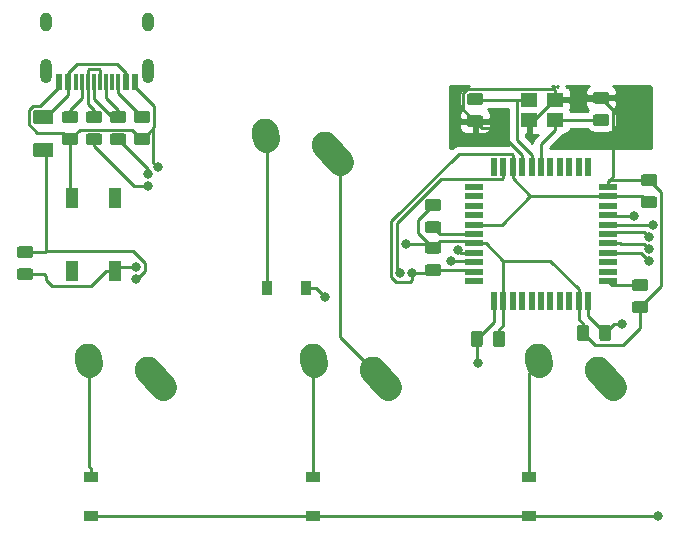
<source format=gbr>
G04 #@! TF.GenerationSoftware,KiCad,Pcbnew,(5.1.4)-1*
G04 #@! TF.CreationDate,2022-10-19T22:43:07-05:00*
G04 #@! TF.ProjectId,MusePad,4d757365-5061-4642-9e6b-696361645f70,rev?*
G04 #@! TF.SameCoordinates,Original*
G04 #@! TF.FileFunction,Copper,L2,Bot*
G04 #@! TF.FilePolarity,Positive*
%FSLAX46Y46*%
G04 Gerber Fmt 4.6, Leading zero omitted, Abs format (unit mm)*
G04 Created by KiCad (PCBNEW (5.1.4)-1) date 2022-10-19 22:43:07*
%MOMM*%
%LPD*%
G04 APERTURE LIST*
%ADD10R,0.600000X1.450000*%
%ADD11R,0.300000X1.450000*%
%ADD12O,1.000000X2.100000*%
%ADD13O,1.000000X1.600000*%
%ADD14R,1.100000X1.800000*%
%ADD15R,1.400000X1.200000*%
%ADD16R,0.550000X1.500000*%
%ADD17R,1.500000X0.550000*%
%ADD18C,0.100000*%
%ADD19C,0.975000*%
%ADD20C,2.250000*%
%ADD21C,2.250000*%
%ADD22C,1.250000*%
%ADD23R,1.200000X0.900000*%
%ADD24R,0.900000X1.200000*%
%ADD25C,0.800000*%
%ADD26C,0.250000*%
%ADD27C,0.254000*%
G04 APERTURE END LIST*
D10*
X50977000Y-94309000D03*
X44527000Y-94309000D03*
X50202000Y-94309000D03*
X45302000Y-94309000D03*
D11*
X46002000Y-94309000D03*
X49502000Y-94309000D03*
X46502000Y-94309000D03*
X49002000Y-94309000D03*
X47002000Y-94309000D03*
X48502000Y-94309000D03*
X48002000Y-94309000D03*
X47502000Y-94309000D03*
D12*
X43432000Y-93394000D03*
X52072000Y-93394000D03*
D13*
X43432000Y-89214000D03*
X52072000Y-89214000D03*
D14*
X45596000Y-110360000D03*
X49296000Y-104160000D03*
X49296000Y-110360000D03*
X45596000Y-104160000D03*
D15*
X86528000Y-95836000D03*
X84328000Y-95836000D03*
X84328000Y-97536000D03*
X86528000Y-97536000D03*
D16*
X81344000Y-112888000D03*
X82144000Y-112888000D03*
X82944000Y-112888000D03*
X83744000Y-112888000D03*
X84544000Y-112888000D03*
X85344000Y-112888000D03*
X86144000Y-112888000D03*
X86944000Y-112888000D03*
X87744000Y-112888000D03*
X88544000Y-112888000D03*
X89344000Y-112888000D03*
D17*
X91044000Y-111188000D03*
X91044000Y-110388000D03*
X91044000Y-109588000D03*
X91044000Y-108788000D03*
X91044000Y-107988000D03*
X91044000Y-107188000D03*
X91044000Y-106388000D03*
X91044000Y-105588000D03*
X91044000Y-104788000D03*
X91044000Y-103988000D03*
X91044000Y-103188000D03*
D16*
X89344000Y-101488000D03*
X88544000Y-101488000D03*
X87744000Y-101488000D03*
X86944000Y-101488000D03*
X86144000Y-101488000D03*
X85344000Y-101488000D03*
X84544000Y-101488000D03*
X83744000Y-101488000D03*
X82944000Y-101488000D03*
X82144000Y-101488000D03*
X81344000Y-101488000D03*
D17*
X79644000Y-103188000D03*
X79644000Y-103988000D03*
X79644000Y-104788000D03*
X79644000Y-105588000D03*
X79644000Y-106388000D03*
X79644000Y-107188000D03*
X79644000Y-107988000D03*
X79644000Y-108788000D03*
X79644000Y-109588000D03*
X79644000Y-110388000D03*
X79644000Y-111188000D03*
D18*
G36*
X45946142Y-98670674D02*
G01*
X45969803Y-98674184D01*
X45993007Y-98679996D01*
X46015529Y-98688054D01*
X46037153Y-98698282D01*
X46057670Y-98710579D01*
X46076883Y-98724829D01*
X46094607Y-98740893D01*
X46110671Y-98758617D01*
X46124921Y-98777830D01*
X46137218Y-98798347D01*
X46147446Y-98819971D01*
X46155504Y-98842493D01*
X46161316Y-98865697D01*
X46164826Y-98889358D01*
X46166000Y-98913250D01*
X46166000Y-99400750D01*
X46164826Y-99424642D01*
X46161316Y-99448303D01*
X46155504Y-99471507D01*
X46147446Y-99494029D01*
X46137218Y-99515653D01*
X46124921Y-99536170D01*
X46110671Y-99555383D01*
X46094607Y-99573107D01*
X46076883Y-99589171D01*
X46057670Y-99603421D01*
X46037153Y-99615718D01*
X46015529Y-99625946D01*
X45993007Y-99634004D01*
X45969803Y-99639816D01*
X45946142Y-99643326D01*
X45922250Y-99644500D01*
X45009750Y-99644500D01*
X44985858Y-99643326D01*
X44962197Y-99639816D01*
X44938993Y-99634004D01*
X44916471Y-99625946D01*
X44894847Y-99615718D01*
X44874330Y-99603421D01*
X44855117Y-99589171D01*
X44837393Y-99573107D01*
X44821329Y-99555383D01*
X44807079Y-99536170D01*
X44794782Y-99515653D01*
X44784554Y-99494029D01*
X44776496Y-99471507D01*
X44770684Y-99448303D01*
X44767174Y-99424642D01*
X44766000Y-99400750D01*
X44766000Y-98913250D01*
X44767174Y-98889358D01*
X44770684Y-98865697D01*
X44776496Y-98842493D01*
X44784554Y-98819971D01*
X44794782Y-98798347D01*
X44807079Y-98777830D01*
X44821329Y-98758617D01*
X44837393Y-98740893D01*
X44855117Y-98724829D01*
X44874330Y-98710579D01*
X44894847Y-98698282D01*
X44916471Y-98688054D01*
X44938993Y-98679996D01*
X44962197Y-98674184D01*
X44985858Y-98670674D01*
X45009750Y-98669500D01*
X45922250Y-98669500D01*
X45946142Y-98670674D01*
X45946142Y-98670674D01*
G37*
D19*
X45466000Y-99157000D03*
D18*
G36*
X45946142Y-96795674D02*
G01*
X45969803Y-96799184D01*
X45993007Y-96804996D01*
X46015529Y-96813054D01*
X46037153Y-96823282D01*
X46057670Y-96835579D01*
X46076883Y-96849829D01*
X46094607Y-96865893D01*
X46110671Y-96883617D01*
X46124921Y-96902830D01*
X46137218Y-96923347D01*
X46147446Y-96944971D01*
X46155504Y-96967493D01*
X46161316Y-96990697D01*
X46164826Y-97014358D01*
X46166000Y-97038250D01*
X46166000Y-97525750D01*
X46164826Y-97549642D01*
X46161316Y-97573303D01*
X46155504Y-97596507D01*
X46147446Y-97619029D01*
X46137218Y-97640653D01*
X46124921Y-97661170D01*
X46110671Y-97680383D01*
X46094607Y-97698107D01*
X46076883Y-97714171D01*
X46057670Y-97728421D01*
X46037153Y-97740718D01*
X46015529Y-97750946D01*
X45993007Y-97759004D01*
X45969803Y-97764816D01*
X45946142Y-97768326D01*
X45922250Y-97769500D01*
X45009750Y-97769500D01*
X44985858Y-97768326D01*
X44962197Y-97764816D01*
X44938993Y-97759004D01*
X44916471Y-97750946D01*
X44894847Y-97740718D01*
X44874330Y-97728421D01*
X44855117Y-97714171D01*
X44837393Y-97698107D01*
X44821329Y-97680383D01*
X44807079Y-97661170D01*
X44794782Y-97640653D01*
X44784554Y-97619029D01*
X44776496Y-97596507D01*
X44770684Y-97573303D01*
X44767174Y-97549642D01*
X44766000Y-97525750D01*
X44766000Y-97038250D01*
X44767174Y-97014358D01*
X44770684Y-96990697D01*
X44776496Y-96967493D01*
X44784554Y-96944971D01*
X44794782Y-96923347D01*
X44807079Y-96902830D01*
X44821329Y-96883617D01*
X44837393Y-96865893D01*
X44855117Y-96849829D01*
X44874330Y-96835579D01*
X44894847Y-96823282D01*
X44916471Y-96813054D01*
X44938993Y-96804996D01*
X44962197Y-96799184D01*
X44985858Y-96795674D01*
X45009750Y-96794500D01*
X45922250Y-96794500D01*
X45946142Y-96795674D01*
X45946142Y-96795674D01*
G37*
D19*
X45466000Y-97282000D03*
D18*
G36*
X52042142Y-98670674D02*
G01*
X52065803Y-98674184D01*
X52089007Y-98679996D01*
X52111529Y-98688054D01*
X52133153Y-98698282D01*
X52153670Y-98710579D01*
X52172883Y-98724829D01*
X52190607Y-98740893D01*
X52206671Y-98758617D01*
X52220921Y-98777830D01*
X52233218Y-98798347D01*
X52243446Y-98819971D01*
X52251504Y-98842493D01*
X52257316Y-98865697D01*
X52260826Y-98889358D01*
X52262000Y-98913250D01*
X52262000Y-99400750D01*
X52260826Y-99424642D01*
X52257316Y-99448303D01*
X52251504Y-99471507D01*
X52243446Y-99494029D01*
X52233218Y-99515653D01*
X52220921Y-99536170D01*
X52206671Y-99555383D01*
X52190607Y-99573107D01*
X52172883Y-99589171D01*
X52153670Y-99603421D01*
X52133153Y-99615718D01*
X52111529Y-99625946D01*
X52089007Y-99634004D01*
X52065803Y-99639816D01*
X52042142Y-99643326D01*
X52018250Y-99644500D01*
X51105750Y-99644500D01*
X51081858Y-99643326D01*
X51058197Y-99639816D01*
X51034993Y-99634004D01*
X51012471Y-99625946D01*
X50990847Y-99615718D01*
X50970330Y-99603421D01*
X50951117Y-99589171D01*
X50933393Y-99573107D01*
X50917329Y-99555383D01*
X50903079Y-99536170D01*
X50890782Y-99515653D01*
X50880554Y-99494029D01*
X50872496Y-99471507D01*
X50866684Y-99448303D01*
X50863174Y-99424642D01*
X50862000Y-99400750D01*
X50862000Y-98913250D01*
X50863174Y-98889358D01*
X50866684Y-98865697D01*
X50872496Y-98842493D01*
X50880554Y-98819971D01*
X50890782Y-98798347D01*
X50903079Y-98777830D01*
X50917329Y-98758617D01*
X50933393Y-98740893D01*
X50951117Y-98724829D01*
X50970330Y-98710579D01*
X50990847Y-98698282D01*
X51012471Y-98688054D01*
X51034993Y-98679996D01*
X51058197Y-98674184D01*
X51081858Y-98670674D01*
X51105750Y-98669500D01*
X52018250Y-98669500D01*
X52042142Y-98670674D01*
X52042142Y-98670674D01*
G37*
D19*
X51562000Y-99157000D03*
D18*
G36*
X52042142Y-96795674D02*
G01*
X52065803Y-96799184D01*
X52089007Y-96804996D01*
X52111529Y-96813054D01*
X52133153Y-96823282D01*
X52153670Y-96835579D01*
X52172883Y-96849829D01*
X52190607Y-96865893D01*
X52206671Y-96883617D01*
X52220921Y-96902830D01*
X52233218Y-96923347D01*
X52243446Y-96944971D01*
X52251504Y-96967493D01*
X52257316Y-96990697D01*
X52260826Y-97014358D01*
X52262000Y-97038250D01*
X52262000Y-97525750D01*
X52260826Y-97549642D01*
X52257316Y-97573303D01*
X52251504Y-97596507D01*
X52243446Y-97619029D01*
X52233218Y-97640653D01*
X52220921Y-97661170D01*
X52206671Y-97680383D01*
X52190607Y-97698107D01*
X52172883Y-97714171D01*
X52153670Y-97728421D01*
X52133153Y-97740718D01*
X52111529Y-97750946D01*
X52089007Y-97759004D01*
X52065803Y-97764816D01*
X52042142Y-97768326D01*
X52018250Y-97769500D01*
X51105750Y-97769500D01*
X51081858Y-97768326D01*
X51058197Y-97764816D01*
X51034993Y-97759004D01*
X51012471Y-97750946D01*
X50990847Y-97740718D01*
X50970330Y-97728421D01*
X50951117Y-97714171D01*
X50933393Y-97698107D01*
X50917329Y-97680383D01*
X50903079Y-97661170D01*
X50890782Y-97640653D01*
X50880554Y-97619029D01*
X50872496Y-97596507D01*
X50866684Y-97573303D01*
X50863174Y-97549642D01*
X50862000Y-97525750D01*
X50862000Y-97038250D01*
X50863174Y-97014358D01*
X50866684Y-96990697D01*
X50872496Y-96967493D01*
X50880554Y-96944971D01*
X50890782Y-96923347D01*
X50903079Y-96902830D01*
X50917329Y-96883617D01*
X50933393Y-96865893D01*
X50951117Y-96849829D01*
X50970330Y-96835579D01*
X50990847Y-96823282D01*
X51012471Y-96813054D01*
X51034993Y-96804996D01*
X51058197Y-96799184D01*
X51081858Y-96795674D01*
X51105750Y-96794500D01*
X52018250Y-96794500D01*
X52042142Y-96795674D01*
X52042142Y-96795674D01*
G37*
D19*
X51562000Y-97282000D03*
D18*
G36*
X94206142Y-111019674D02*
G01*
X94229803Y-111023184D01*
X94253007Y-111028996D01*
X94275529Y-111037054D01*
X94297153Y-111047282D01*
X94317670Y-111059579D01*
X94336883Y-111073829D01*
X94354607Y-111089893D01*
X94370671Y-111107617D01*
X94384921Y-111126830D01*
X94397218Y-111147347D01*
X94407446Y-111168971D01*
X94415504Y-111191493D01*
X94421316Y-111214697D01*
X94424826Y-111238358D01*
X94426000Y-111262250D01*
X94426000Y-111749750D01*
X94424826Y-111773642D01*
X94421316Y-111797303D01*
X94415504Y-111820507D01*
X94407446Y-111843029D01*
X94397218Y-111864653D01*
X94384921Y-111885170D01*
X94370671Y-111904383D01*
X94354607Y-111922107D01*
X94336883Y-111938171D01*
X94317670Y-111952421D01*
X94297153Y-111964718D01*
X94275529Y-111974946D01*
X94253007Y-111983004D01*
X94229803Y-111988816D01*
X94206142Y-111992326D01*
X94182250Y-111993500D01*
X93269750Y-111993500D01*
X93245858Y-111992326D01*
X93222197Y-111988816D01*
X93198993Y-111983004D01*
X93176471Y-111974946D01*
X93154847Y-111964718D01*
X93134330Y-111952421D01*
X93115117Y-111938171D01*
X93097393Y-111922107D01*
X93081329Y-111904383D01*
X93067079Y-111885170D01*
X93054782Y-111864653D01*
X93044554Y-111843029D01*
X93036496Y-111820507D01*
X93030684Y-111797303D01*
X93027174Y-111773642D01*
X93026000Y-111749750D01*
X93026000Y-111262250D01*
X93027174Y-111238358D01*
X93030684Y-111214697D01*
X93036496Y-111191493D01*
X93044554Y-111168971D01*
X93054782Y-111147347D01*
X93067079Y-111126830D01*
X93081329Y-111107617D01*
X93097393Y-111089893D01*
X93115117Y-111073829D01*
X93134330Y-111059579D01*
X93154847Y-111047282D01*
X93176471Y-111037054D01*
X93198993Y-111028996D01*
X93222197Y-111023184D01*
X93245858Y-111019674D01*
X93269750Y-111018500D01*
X94182250Y-111018500D01*
X94206142Y-111019674D01*
X94206142Y-111019674D01*
G37*
D19*
X93726000Y-111506000D03*
D18*
G36*
X94206142Y-112894674D02*
G01*
X94229803Y-112898184D01*
X94253007Y-112903996D01*
X94275529Y-112912054D01*
X94297153Y-112922282D01*
X94317670Y-112934579D01*
X94336883Y-112948829D01*
X94354607Y-112964893D01*
X94370671Y-112982617D01*
X94384921Y-113001830D01*
X94397218Y-113022347D01*
X94407446Y-113043971D01*
X94415504Y-113066493D01*
X94421316Y-113089697D01*
X94424826Y-113113358D01*
X94426000Y-113137250D01*
X94426000Y-113624750D01*
X94424826Y-113648642D01*
X94421316Y-113672303D01*
X94415504Y-113695507D01*
X94407446Y-113718029D01*
X94397218Y-113739653D01*
X94384921Y-113760170D01*
X94370671Y-113779383D01*
X94354607Y-113797107D01*
X94336883Y-113813171D01*
X94317670Y-113827421D01*
X94297153Y-113839718D01*
X94275529Y-113849946D01*
X94253007Y-113858004D01*
X94229803Y-113863816D01*
X94206142Y-113867326D01*
X94182250Y-113868500D01*
X93269750Y-113868500D01*
X93245858Y-113867326D01*
X93222197Y-113863816D01*
X93198993Y-113858004D01*
X93176471Y-113849946D01*
X93154847Y-113839718D01*
X93134330Y-113827421D01*
X93115117Y-113813171D01*
X93097393Y-113797107D01*
X93081329Y-113779383D01*
X93067079Y-113760170D01*
X93054782Y-113739653D01*
X93044554Y-113718029D01*
X93036496Y-113695507D01*
X93030684Y-113672303D01*
X93027174Y-113648642D01*
X93026000Y-113624750D01*
X93026000Y-113137250D01*
X93027174Y-113113358D01*
X93030684Y-113089697D01*
X93036496Y-113066493D01*
X93044554Y-113043971D01*
X93054782Y-113022347D01*
X93067079Y-113001830D01*
X93081329Y-112982617D01*
X93097393Y-112964893D01*
X93115117Y-112948829D01*
X93134330Y-112934579D01*
X93154847Y-112922282D01*
X93176471Y-112912054D01*
X93198993Y-112903996D01*
X93222197Y-112898184D01*
X93245858Y-112894674D01*
X93269750Y-112893500D01*
X94182250Y-112893500D01*
X94206142Y-112894674D01*
X94206142Y-112894674D01*
G37*
D19*
X93726000Y-113381000D03*
D18*
G36*
X42136142Y-110100674D02*
G01*
X42159803Y-110104184D01*
X42183007Y-110109996D01*
X42205529Y-110118054D01*
X42227153Y-110128282D01*
X42247670Y-110140579D01*
X42266883Y-110154829D01*
X42284607Y-110170893D01*
X42300671Y-110188617D01*
X42314921Y-110207830D01*
X42327218Y-110228347D01*
X42337446Y-110249971D01*
X42345504Y-110272493D01*
X42351316Y-110295697D01*
X42354826Y-110319358D01*
X42356000Y-110343250D01*
X42356000Y-110830750D01*
X42354826Y-110854642D01*
X42351316Y-110878303D01*
X42345504Y-110901507D01*
X42337446Y-110924029D01*
X42327218Y-110945653D01*
X42314921Y-110966170D01*
X42300671Y-110985383D01*
X42284607Y-111003107D01*
X42266883Y-111019171D01*
X42247670Y-111033421D01*
X42227153Y-111045718D01*
X42205529Y-111055946D01*
X42183007Y-111064004D01*
X42159803Y-111069816D01*
X42136142Y-111073326D01*
X42112250Y-111074500D01*
X41199750Y-111074500D01*
X41175858Y-111073326D01*
X41152197Y-111069816D01*
X41128993Y-111064004D01*
X41106471Y-111055946D01*
X41084847Y-111045718D01*
X41064330Y-111033421D01*
X41045117Y-111019171D01*
X41027393Y-111003107D01*
X41011329Y-110985383D01*
X40997079Y-110966170D01*
X40984782Y-110945653D01*
X40974554Y-110924029D01*
X40966496Y-110901507D01*
X40960684Y-110878303D01*
X40957174Y-110854642D01*
X40956000Y-110830750D01*
X40956000Y-110343250D01*
X40957174Y-110319358D01*
X40960684Y-110295697D01*
X40966496Y-110272493D01*
X40974554Y-110249971D01*
X40984782Y-110228347D01*
X40997079Y-110207830D01*
X41011329Y-110188617D01*
X41027393Y-110170893D01*
X41045117Y-110154829D01*
X41064330Y-110140579D01*
X41084847Y-110128282D01*
X41106471Y-110118054D01*
X41128993Y-110109996D01*
X41152197Y-110104184D01*
X41175858Y-110100674D01*
X41199750Y-110099500D01*
X42112250Y-110099500D01*
X42136142Y-110100674D01*
X42136142Y-110100674D01*
G37*
D19*
X41656000Y-110587000D03*
D18*
G36*
X42136142Y-108225674D02*
G01*
X42159803Y-108229184D01*
X42183007Y-108234996D01*
X42205529Y-108243054D01*
X42227153Y-108253282D01*
X42247670Y-108265579D01*
X42266883Y-108279829D01*
X42284607Y-108295893D01*
X42300671Y-108313617D01*
X42314921Y-108332830D01*
X42327218Y-108353347D01*
X42337446Y-108374971D01*
X42345504Y-108397493D01*
X42351316Y-108420697D01*
X42354826Y-108444358D01*
X42356000Y-108468250D01*
X42356000Y-108955750D01*
X42354826Y-108979642D01*
X42351316Y-109003303D01*
X42345504Y-109026507D01*
X42337446Y-109049029D01*
X42327218Y-109070653D01*
X42314921Y-109091170D01*
X42300671Y-109110383D01*
X42284607Y-109128107D01*
X42266883Y-109144171D01*
X42247670Y-109158421D01*
X42227153Y-109170718D01*
X42205529Y-109180946D01*
X42183007Y-109189004D01*
X42159803Y-109194816D01*
X42136142Y-109198326D01*
X42112250Y-109199500D01*
X41199750Y-109199500D01*
X41175858Y-109198326D01*
X41152197Y-109194816D01*
X41128993Y-109189004D01*
X41106471Y-109180946D01*
X41084847Y-109170718D01*
X41064330Y-109158421D01*
X41045117Y-109144171D01*
X41027393Y-109128107D01*
X41011329Y-109110383D01*
X40997079Y-109091170D01*
X40984782Y-109070653D01*
X40974554Y-109049029D01*
X40966496Y-109026507D01*
X40960684Y-109003303D01*
X40957174Y-108979642D01*
X40956000Y-108955750D01*
X40956000Y-108468250D01*
X40957174Y-108444358D01*
X40960684Y-108420697D01*
X40966496Y-108397493D01*
X40974554Y-108374971D01*
X40984782Y-108353347D01*
X40997079Y-108332830D01*
X41011329Y-108313617D01*
X41027393Y-108295893D01*
X41045117Y-108279829D01*
X41064330Y-108265579D01*
X41084847Y-108253282D01*
X41106471Y-108243054D01*
X41128993Y-108234996D01*
X41152197Y-108229184D01*
X41175858Y-108225674D01*
X41199750Y-108224500D01*
X42112250Y-108224500D01*
X42136142Y-108225674D01*
X42136142Y-108225674D01*
G37*
D19*
X41656000Y-108712000D03*
D18*
G36*
X50010142Y-96795674D02*
G01*
X50033803Y-96799184D01*
X50057007Y-96804996D01*
X50079529Y-96813054D01*
X50101153Y-96823282D01*
X50121670Y-96835579D01*
X50140883Y-96849829D01*
X50158607Y-96865893D01*
X50174671Y-96883617D01*
X50188921Y-96902830D01*
X50201218Y-96923347D01*
X50211446Y-96944971D01*
X50219504Y-96967493D01*
X50225316Y-96990697D01*
X50228826Y-97014358D01*
X50230000Y-97038250D01*
X50230000Y-97525750D01*
X50228826Y-97549642D01*
X50225316Y-97573303D01*
X50219504Y-97596507D01*
X50211446Y-97619029D01*
X50201218Y-97640653D01*
X50188921Y-97661170D01*
X50174671Y-97680383D01*
X50158607Y-97698107D01*
X50140883Y-97714171D01*
X50121670Y-97728421D01*
X50101153Y-97740718D01*
X50079529Y-97750946D01*
X50057007Y-97759004D01*
X50033803Y-97764816D01*
X50010142Y-97768326D01*
X49986250Y-97769500D01*
X49073750Y-97769500D01*
X49049858Y-97768326D01*
X49026197Y-97764816D01*
X49002993Y-97759004D01*
X48980471Y-97750946D01*
X48958847Y-97740718D01*
X48938330Y-97728421D01*
X48919117Y-97714171D01*
X48901393Y-97698107D01*
X48885329Y-97680383D01*
X48871079Y-97661170D01*
X48858782Y-97640653D01*
X48848554Y-97619029D01*
X48840496Y-97596507D01*
X48834684Y-97573303D01*
X48831174Y-97549642D01*
X48830000Y-97525750D01*
X48830000Y-97038250D01*
X48831174Y-97014358D01*
X48834684Y-96990697D01*
X48840496Y-96967493D01*
X48848554Y-96944971D01*
X48858782Y-96923347D01*
X48871079Y-96902830D01*
X48885329Y-96883617D01*
X48901393Y-96865893D01*
X48919117Y-96849829D01*
X48938330Y-96835579D01*
X48958847Y-96823282D01*
X48980471Y-96813054D01*
X49002993Y-96804996D01*
X49026197Y-96799184D01*
X49049858Y-96795674D01*
X49073750Y-96794500D01*
X49986250Y-96794500D01*
X50010142Y-96795674D01*
X50010142Y-96795674D01*
G37*
D19*
X49530000Y-97282000D03*
D18*
G36*
X50010142Y-98670674D02*
G01*
X50033803Y-98674184D01*
X50057007Y-98679996D01*
X50079529Y-98688054D01*
X50101153Y-98698282D01*
X50121670Y-98710579D01*
X50140883Y-98724829D01*
X50158607Y-98740893D01*
X50174671Y-98758617D01*
X50188921Y-98777830D01*
X50201218Y-98798347D01*
X50211446Y-98819971D01*
X50219504Y-98842493D01*
X50225316Y-98865697D01*
X50228826Y-98889358D01*
X50230000Y-98913250D01*
X50230000Y-99400750D01*
X50228826Y-99424642D01*
X50225316Y-99448303D01*
X50219504Y-99471507D01*
X50211446Y-99494029D01*
X50201218Y-99515653D01*
X50188921Y-99536170D01*
X50174671Y-99555383D01*
X50158607Y-99573107D01*
X50140883Y-99589171D01*
X50121670Y-99603421D01*
X50101153Y-99615718D01*
X50079529Y-99625946D01*
X50057007Y-99634004D01*
X50033803Y-99639816D01*
X50010142Y-99643326D01*
X49986250Y-99644500D01*
X49073750Y-99644500D01*
X49049858Y-99643326D01*
X49026197Y-99639816D01*
X49002993Y-99634004D01*
X48980471Y-99625946D01*
X48958847Y-99615718D01*
X48938330Y-99603421D01*
X48919117Y-99589171D01*
X48901393Y-99573107D01*
X48885329Y-99555383D01*
X48871079Y-99536170D01*
X48858782Y-99515653D01*
X48848554Y-99494029D01*
X48840496Y-99471507D01*
X48834684Y-99448303D01*
X48831174Y-99424642D01*
X48830000Y-99400750D01*
X48830000Y-98913250D01*
X48831174Y-98889358D01*
X48834684Y-98865697D01*
X48840496Y-98842493D01*
X48848554Y-98819971D01*
X48858782Y-98798347D01*
X48871079Y-98777830D01*
X48885329Y-98758617D01*
X48901393Y-98740893D01*
X48919117Y-98724829D01*
X48938330Y-98710579D01*
X48958847Y-98698282D01*
X48980471Y-98688054D01*
X49002993Y-98679996D01*
X49026197Y-98674184D01*
X49049858Y-98670674D01*
X49073750Y-98669500D01*
X49986250Y-98669500D01*
X50010142Y-98670674D01*
X50010142Y-98670674D01*
G37*
D19*
X49530000Y-99157000D03*
D18*
G36*
X47978142Y-96795674D02*
G01*
X48001803Y-96799184D01*
X48025007Y-96804996D01*
X48047529Y-96813054D01*
X48069153Y-96823282D01*
X48089670Y-96835579D01*
X48108883Y-96849829D01*
X48126607Y-96865893D01*
X48142671Y-96883617D01*
X48156921Y-96902830D01*
X48169218Y-96923347D01*
X48179446Y-96944971D01*
X48187504Y-96967493D01*
X48193316Y-96990697D01*
X48196826Y-97014358D01*
X48198000Y-97038250D01*
X48198000Y-97525750D01*
X48196826Y-97549642D01*
X48193316Y-97573303D01*
X48187504Y-97596507D01*
X48179446Y-97619029D01*
X48169218Y-97640653D01*
X48156921Y-97661170D01*
X48142671Y-97680383D01*
X48126607Y-97698107D01*
X48108883Y-97714171D01*
X48089670Y-97728421D01*
X48069153Y-97740718D01*
X48047529Y-97750946D01*
X48025007Y-97759004D01*
X48001803Y-97764816D01*
X47978142Y-97768326D01*
X47954250Y-97769500D01*
X47041750Y-97769500D01*
X47017858Y-97768326D01*
X46994197Y-97764816D01*
X46970993Y-97759004D01*
X46948471Y-97750946D01*
X46926847Y-97740718D01*
X46906330Y-97728421D01*
X46887117Y-97714171D01*
X46869393Y-97698107D01*
X46853329Y-97680383D01*
X46839079Y-97661170D01*
X46826782Y-97640653D01*
X46816554Y-97619029D01*
X46808496Y-97596507D01*
X46802684Y-97573303D01*
X46799174Y-97549642D01*
X46798000Y-97525750D01*
X46798000Y-97038250D01*
X46799174Y-97014358D01*
X46802684Y-96990697D01*
X46808496Y-96967493D01*
X46816554Y-96944971D01*
X46826782Y-96923347D01*
X46839079Y-96902830D01*
X46853329Y-96883617D01*
X46869393Y-96865893D01*
X46887117Y-96849829D01*
X46906330Y-96835579D01*
X46926847Y-96823282D01*
X46948471Y-96813054D01*
X46970993Y-96804996D01*
X46994197Y-96799184D01*
X47017858Y-96795674D01*
X47041750Y-96794500D01*
X47954250Y-96794500D01*
X47978142Y-96795674D01*
X47978142Y-96795674D01*
G37*
D19*
X47498000Y-97282000D03*
D18*
G36*
X47978142Y-98670674D02*
G01*
X48001803Y-98674184D01*
X48025007Y-98679996D01*
X48047529Y-98688054D01*
X48069153Y-98698282D01*
X48089670Y-98710579D01*
X48108883Y-98724829D01*
X48126607Y-98740893D01*
X48142671Y-98758617D01*
X48156921Y-98777830D01*
X48169218Y-98798347D01*
X48179446Y-98819971D01*
X48187504Y-98842493D01*
X48193316Y-98865697D01*
X48196826Y-98889358D01*
X48198000Y-98913250D01*
X48198000Y-99400750D01*
X48196826Y-99424642D01*
X48193316Y-99448303D01*
X48187504Y-99471507D01*
X48179446Y-99494029D01*
X48169218Y-99515653D01*
X48156921Y-99536170D01*
X48142671Y-99555383D01*
X48126607Y-99573107D01*
X48108883Y-99589171D01*
X48089670Y-99603421D01*
X48069153Y-99615718D01*
X48047529Y-99625946D01*
X48025007Y-99634004D01*
X48001803Y-99639816D01*
X47978142Y-99643326D01*
X47954250Y-99644500D01*
X47041750Y-99644500D01*
X47017858Y-99643326D01*
X46994197Y-99639816D01*
X46970993Y-99634004D01*
X46948471Y-99625946D01*
X46926847Y-99615718D01*
X46906330Y-99603421D01*
X46887117Y-99589171D01*
X46869393Y-99573107D01*
X46853329Y-99555383D01*
X46839079Y-99536170D01*
X46826782Y-99515653D01*
X46816554Y-99494029D01*
X46808496Y-99471507D01*
X46802684Y-99448303D01*
X46799174Y-99424642D01*
X46798000Y-99400750D01*
X46798000Y-98913250D01*
X46799174Y-98889358D01*
X46802684Y-98865697D01*
X46808496Y-98842493D01*
X46816554Y-98819971D01*
X46826782Y-98798347D01*
X46839079Y-98777830D01*
X46853329Y-98758617D01*
X46869393Y-98740893D01*
X46887117Y-98724829D01*
X46906330Y-98710579D01*
X46926847Y-98698282D01*
X46948471Y-98688054D01*
X46970993Y-98679996D01*
X46994197Y-98674184D01*
X47017858Y-98670674D01*
X47041750Y-98669500D01*
X47954250Y-98669500D01*
X47978142Y-98670674D01*
X47978142Y-98670674D01*
G37*
D19*
X47498000Y-99157000D03*
D20*
X52030000Y-118682000D03*
X52684999Y-119412000D03*
D21*
X53340000Y-120142000D02*
X52029998Y-118682000D01*
D20*
X46990000Y-117602000D03*
X47010000Y-117892000D03*
D21*
X47030000Y-118182000D02*
X46990000Y-117602000D01*
D20*
X71080000Y-118682000D03*
X71734999Y-119412000D03*
D21*
X72390000Y-120142000D02*
X71079998Y-118682000D01*
D20*
X66040000Y-117602000D03*
X66060000Y-117892000D03*
D21*
X66080000Y-118182000D02*
X66040000Y-117602000D01*
D20*
X67016000Y-99632000D03*
X67670999Y-100362000D03*
D21*
X68326000Y-101092000D02*
X67015998Y-99632000D01*
D20*
X61976000Y-98552000D03*
X61996000Y-98842000D03*
D21*
X62016000Y-99132000D02*
X61976000Y-98552000D01*
D20*
X90130000Y-118682000D03*
X90784999Y-119412000D03*
D21*
X91440000Y-120142000D02*
X90129998Y-118682000D01*
D20*
X85090000Y-117602000D03*
X85110000Y-117892000D03*
D21*
X85130000Y-118182000D02*
X85090000Y-117602000D01*
D18*
G36*
X43829504Y-96652204D02*
G01*
X43853773Y-96655804D01*
X43877571Y-96661765D01*
X43900671Y-96670030D01*
X43922849Y-96680520D01*
X43943893Y-96693133D01*
X43963598Y-96707747D01*
X43981777Y-96724223D01*
X43998253Y-96742402D01*
X44012867Y-96762107D01*
X44025480Y-96783151D01*
X44035970Y-96805329D01*
X44044235Y-96828429D01*
X44050196Y-96852227D01*
X44053796Y-96876496D01*
X44055000Y-96901000D01*
X44055000Y-97651000D01*
X44053796Y-97675504D01*
X44050196Y-97699773D01*
X44044235Y-97723571D01*
X44035970Y-97746671D01*
X44025480Y-97768849D01*
X44012867Y-97789893D01*
X43998253Y-97809598D01*
X43981777Y-97827777D01*
X43963598Y-97844253D01*
X43943893Y-97858867D01*
X43922849Y-97871480D01*
X43900671Y-97881970D01*
X43877571Y-97890235D01*
X43853773Y-97896196D01*
X43829504Y-97899796D01*
X43805000Y-97901000D01*
X42555000Y-97901000D01*
X42530496Y-97899796D01*
X42506227Y-97896196D01*
X42482429Y-97890235D01*
X42459329Y-97881970D01*
X42437151Y-97871480D01*
X42416107Y-97858867D01*
X42396402Y-97844253D01*
X42378223Y-97827777D01*
X42361747Y-97809598D01*
X42347133Y-97789893D01*
X42334520Y-97768849D01*
X42324030Y-97746671D01*
X42315765Y-97723571D01*
X42309804Y-97699773D01*
X42306204Y-97675504D01*
X42305000Y-97651000D01*
X42305000Y-96901000D01*
X42306204Y-96876496D01*
X42309804Y-96852227D01*
X42315765Y-96828429D01*
X42324030Y-96805329D01*
X42334520Y-96783151D01*
X42347133Y-96762107D01*
X42361747Y-96742402D01*
X42378223Y-96724223D01*
X42396402Y-96707747D01*
X42416107Y-96693133D01*
X42437151Y-96680520D01*
X42459329Y-96670030D01*
X42482429Y-96661765D01*
X42506227Y-96655804D01*
X42530496Y-96652204D01*
X42555000Y-96651000D01*
X43805000Y-96651000D01*
X43829504Y-96652204D01*
X43829504Y-96652204D01*
G37*
D22*
X43180000Y-97276000D03*
D18*
G36*
X43829504Y-99452204D02*
G01*
X43853773Y-99455804D01*
X43877571Y-99461765D01*
X43900671Y-99470030D01*
X43922849Y-99480520D01*
X43943893Y-99493133D01*
X43963598Y-99507747D01*
X43981777Y-99524223D01*
X43998253Y-99542402D01*
X44012867Y-99562107D01*
X44025480Y-99583151D01*
X44035970Y-99605329D01*
X44044235Y-99628429D01*
X44050196Y-99652227D01*
X44053796Y-99676496D01*
X44055000Y-99701000D01*
X44055000Y-100451000D01*
X44053796Y-100475504D01*
X44050196Y-100499773D01*
X44044235Y-100523571D01*
X44035970Y-100546671D01*
X44025480Y-100568849D01*
X44012867Y-100589893D01*
X43998253Y-100609598D01*
X43981777Y-100627777D01*
X43963598Y-100644253D01*
X43943893Y-100658867D01*
X43922849Y-100671480D01*
X43900671Y-100681970D01*
X43877571Y-100690235D01*
X43853773Y-100696196D01*
X43829504Y-100699796D01*
X43805000Y-100701000D01*
X42555000Y-100701000D01*
X42530496Y-100699796D01*
X42506227Y-100696196D01*
X42482429Y-100690235D01*
X42459329Y-100681970D01*
X42437151Y-100671480D01*
X42416107Y-100658867D01*
X42396402Y-100644253D01*
X42378223Y-100627777D01*
X42361747Y-100609598D01*
X42347133Y-100589893D01*
X42334520Y-100568849D01*
X42324030Y-100546671D01*
X42315765Y-100523571D01*
X42309804Y-100499773D01*
X42306204Y-100475504D01*
X42305000Y-100451000D01*
X42305000Y-99701000D01*
X42306204Y-99676496D01*
X42309804Y-99652227D01*
X42315765Y-99628429D01*
X42324030Y-99605329D01*
X42334520Y-99583151D01*
X42347133Y-99562107D01*
X42361747Y-99542402D01*
X42378223Y-99524223D01*
X42396402Y-99507747D01*
X42416107Y-99493133D01*
X42437151Y-99480520D01*
X42459329Y-99470030D01*
X42482429Y-99461765D01*
X42506227Y-99455804D01*
X42530496Y-99452204D01*
X42555000Y-99451000D01*
X43805000Y-99451000D01*
X43829504Y-99452204D01*
X43829504Y-99452204D01*
G37*
D22*
X43180000Y-100076000D03*
D23*
X47244000Y-127762000D03*
X47244000Y-131062000D03*
X66040000Y-127762000D03*
X66040000Y-131062000D03*
D24*
X62104000Y-111760000D03*
X65404000Y-111760000D03*
D23*
X84328000Y-127762000D03*
X84328000Y-131062000D03*
D18*
G36*
X76680142Y-104240174D02*
G01*
X76703803Y-104243684D01*
X76727007Y-104249496D01*
X76749529Y-104257554D01*
X76771153Y-104267782D01*
X76791670Y-104280079D01*
X76810883Y-104294329D01*
X76828607Y-104310393D01*
X76844671Y-104328117D01*
X76858921Y-104347330D01*
X76871218Y-104367847D01*
X76881446Y-104389471D01*
X76889504Y-104411993D01*
X76895316Y-104435197D01*
X76898826Y-104458858D01*
X76900000Y-104482750D01*
X76900000Y-104970250D01*
X76898826Y-104994142D01*
X76895316Y-105017803D01*
X76889504Y-105041007D01*
X76881446Y-105063529D01*
X76871218Y-105085153D01*
X76858921Y-105105670D01*
X76844671Y-105124883D01*
X76828607Y-105142607D01*
X76810883Y-105158671D01*
X76791670Y-105172921D01*
X76771153Y-105185218D01*
X76749529Y-105195446D01*
X76727007Y-105203504D01*
X76703803Y-105209316D01*
X76680142Y-105212826D01*
X76656250Y-105214000D01*
X75743750Y-105214000D01*
X75719858Y-105212826D01*
X75696197Y-105209316D01*
X75672993Y-105203504D01*
X75650471Y-105195446D01*
X75628847Y-105185218D01*
X75608330Y-105172921D01*
X75589117Y-105158671D01*
X75571393Y-105142607D01*
X75555329Y-105124883D01*
X75541079Y-105105670D01*
X75528782Y-105085153D01*
X75518554Y-105063529D01*
X75510496Y-105041007D01*
X75504684Y-105017803D01*
X75501174Y-104994142D01*
X75500000Y-104970250D01*
X75500000Y-104482750D01*
X75501174Y-104458858D01*
X75504684Y-104435197D01*
X75510496Y-104411993D01*
X75518554Y-104389471D01*
X75528782Y-104367847D01*
X75541079Y-104347330D01*
X75555329Y-104328117D01*
X75571393Y-104310393D01*
X75589117Y-104294329D01*
X75608330Y-104280079D01*
X75628847Y-104267782D01*
X75650471Y-104257554D01*
X75672993Y-104249496D01*
X75696197Y-104243684D01*
X75719858Y-104240174D01*
X75743750Y-104239000D01*
X76656250Y-104239000D01*
X76680142Y-104240174D01*
X76680142Y-104240174D01*
G37*
D19*
X76200000Y-104726500D03*
D18*
G36*
X76680142Y-106115174D02*
G01*
X76703803Y-106118684D01*
X76727007Y-106124496D01*
X76749529Y-106132554D01*
X76771153Y-106142782D01*
X76791670Y-106155079D01*
X76810883Y-106169329D01*
X76828607Y-106185393D01*
X76844671Y-106203117D01*
X76858921Y-106222330D01*
X76871218Y-106242847D01*
X76881446Y-106264471D01*
X76889504Y-106286993D01*
X76895316Y-106310197D01*
X76898826Y-106333858D01*
X76900000Y-106357750D01*
X76900000Y-106845250D01*
X76898826Y-106869142D01*
X76895316Y-106892803D01*
X76889504Y-106916007D01*
X76881446Y-106938529D01*
X76871218Y-106960153D01*
X76858921Y-106980670D01*
X76844671Y-106999883D01*
X76828607Y-107017607D01*
X76810883Y-107033671D01*
X76791670Y-107047921D01*
X76771153Y-107060218D01*
X76749529Y-107070446D01*
X76727007Y-107078504D01*
X76703803Y-107084316D01*
X76680142Y-107087826D01*
X76656250Y-107089000D01*
X75743750Y-107089000D01*
X75719858Y-107087826D01*
X75696197Y-107084316D01*
X75672993Y-107078504D01*
X75650471Y-107070446D01*
X75628847Y-107060218D01*
X75608330Y-107047921D01*
X75589117Y-107033671D01*
X75571393Y-107017607D01*
X75555329Y-106999883D01*
X75541079Y-106980670D01*
X75528782Y-106960153D01*
X75518554Y-106938529D01*
X75510496Y-106916007D01*
X75504684Y-106892803D01*
X75501174Y-106869142D01*
X75500000Y-106845250D01*
X75500000Y-106357750D01*
X75501174Y-106333858D01*
X75504684Y-106310197D01*
X75510496Y-106286993D01*
X75518554Y-106264471D01*
X75528782Y-106242847D01*
X75541079Y-106222330D01*
X75555329Y-106203117D01*
X75571393Y-106185393D01*
X75589117Y-106169329D01*
X75608330Y-106155079D01*
X75628847Y-106142782D01*
X75650471Y-106132554D01*
X75672993Y-106124496D01*
X75696197Y-106118684D01*
X75719858Y-106115174D01*
X75743750Y-106114000D01*
X76656250Y-106114000D01*
X76680142Y-106115174D01*
X76680142Y-106115174D01*
G37*
D19*
X76200000Y-106601500D03*
D18*
G36*
X76680142Y-107874674D02*
G01*
X76703803Y-107878184D01*
X76727007Y-107883996D01*
X76749529Y-107892054D01*
X76771153Y-107902282D01*
X76791670Y-107914579D01*
X76810883Y-107928829D01*
X76828607Y-107944893D01*
X76844671Y-107962617D01*
X76858921Y-107981830D01*
X76871218Y-108002347D01*
X76881446Y-108023971D01*
X76889504Y-108046493D01*
X76895316Y-108069697D01*
X76898826Y-108093358D01*
X76900000Y-108117250D01*
X76900000Y-108604750D01*
X76898826Y-108628642D01*
X76895316Y-108652303D01*
X76889504Y-108675507D01*
X76881446Y-108698029D01*
X76871218Y-108719653D01*
X76858921Y-108740170D01*
X76844671Y-108759383D01*
X76828607Y-108777107D01*
X76810883Y-108793171D01*
X76791670Y-108807421D01*
X76771153Y-108819718D01*
X76749529Y-108829946D01*
X76727007Y-108838004D01*
X76703803Y-108843816D01*
X76680142Y-108847326D01*
X76656250Y-108848500D01*
X75743750Y-108848500D01*
X75719858Y-108847326D01*
X75696197Y-108843816D01*
X75672993Y-108838004D01*
X75650471Y-108829946D01*
X75628847Y-108819718D01*
X75608330Y-108807421D01*
X75589117Y-108793171D01*
X75571393Y-108777107D01*
X75555329Y-108759383D01*
X75541079Y-108740170D01*
X75528782Y-108719653D01*
X75518554Y-108698029D01*
X75510496Y-108675507D01*
X75504684Y-108652303D01*
X75501174Y-108628642D01*
X75500000Y-108604750D01*
X75500000Y-108117250D01*
X75501174Y-108093358D01*
X75504684Y-108069697D01*
X75510496Y-108046493D01*
X75518554Y-108023971D01*
X75528782Y-108002347D01*
X75541079Y-107981830D01*
X75555329Y-107962617D01*
X75571393Y-107944893D01*
X75589117Y-107928829D01*
X75608330Y-107914579D01*
X75628847Y-107902282D01*
X75650471Y-107892054D01*
X75672993Y-107883996D01*
X75696197Y-107878184D01*
X75719858Y-107874674D01*
X75743750Y-107873500D01*
X76656250Y-107873500D01*
X76680142Y-107874674D01*
X76680142Y-107874674D01*
G37*
D19*
X76200000Y-108361000D03*
D18*
G36*
X76680142Y-109749674D02*
G01*
X76703803Y-109753184D01*
X76727007Y-109758996D01*
X76749529Y-109767054D01*
X76771153Y-109777282D01*
X76791670Y-109789579D01*
X76810883Y-109803829D01*
X76828607Y-109819893D01*
X76844671Y-109837617D01*
X76858921Y-109856830D01*
X76871218Y-109877347D01*
X76881446Y-109898971D01*
X76889504Y-109921493D01*
X76895316Y-109944697D01*
X76898826Y-109968358D01*
X76900000Y-109992250D01*
X76900000Y-110479750D01*
X76898826Y-110503642D01*
X76895316Y-110527303D01*
X76889504Y-110550507D01*
X76881446Y-110573029D01*
X76871218Y-110594653D01*
X76858921Y-110615170D01*
X76844671Y-110634383D01*
X76828607Y-110652107D01*
X76810883Y-110668171D01*
X76791670Y-110682421D01*
X76771153Y-110694718D01*
X76749529Y-110704946D01*
X76727007Y-110713004D01*
X76703803Y-110718816D01*
X76680142Y-110722326D01*
X76656250Y-110723500D01*
X75743750Y-110723500D01*
X75719858Y-110722326D01*
X75696197Y-110718816D01*
X75672993Y-110713004D01*
X75650471Y-110704946D01*
X75628847Y-110694718D01*
X75608330Y-110682421D01*
X75589117Y-110668171D01*
X75571393Y-110652107D01*
X75555329Y-110634383D01*
X75541079Y-110615170D01*
X75528782Y-110594653D01*
X75518554Y-110573029D01*
X75510496Y-110550507D01*
X75504684Y-110527303D01*
X75501174Y-110503642D01*
X75500000Y-110479750D01*
X75500000Y-109992250D01*
X75501174Y-109968358D01*
X75504684Y-109944697D01*
X75510496Y-109921493D01*
X75518554Y-109898971D01*
X75528782Y-109877347D01*
X75541079Y-109856830D01*
X75555329Y-109837617D01*
X75571393Y-109819893D01*
X75589117Y-109803829D01*
X75608330Y-109789579D01*
X75628847Y-109777282D01*
X75650471Y-109767054D01*
X75672993Y-109758996D01*
X75696197Y-109753184D01*
X75719858Y-109749674D01*
X75743750Y-109748500D01*
X76656250Y-109748500D01*
X76680142Y-109749674D01*
X76680142Y-109749674D01*
G37*
D19*
X76200000Y-110236000D03*
D18*
G36*
X94968142Y-102129674D02*
G01*
X94991803Y-102133184D01*
X95015007Y-102138996D01*
X95037529Y-102147054D01*
X95059153Y-102157282D01*
X95079670Y-102169579D01*
X95098883Y-102183829D01*
X95116607Y-102199893D01*
X95132671Y-102217617D01*
X95146921Y-102236830D01*
X95159218Y-102257347D01*
X95169446Y-102278971D01*
X95177504Y-102301493D01*
X95183316Y-102324697D01*
X95186826Y-102348358D01*
X95188000Y-102372250D01*
X95188000Y-102859750D01*
X95186826Y-102883642D01*
X95183316Y-102907303D01*
X95177504Y-102930507D01*
X95169446Y-102953029D01*
X95159218Y-102974653D01*
X95146921Y-102995170D01*
X95132671Y-103014383D01*
X95116607Y-103032107D01*
X95098883Y-103048171D01*
X95079670Y-103062421D01*
X95059153Y-103074718D01*
X95037529Y-103084946D01*
X95015007Y-103093004D01*
X94991803Y-103098816D01*
X94968142Y-103102326D01*
X94944250Y-103103500D01*
X94031750Y-103103500D01*
X94007858Y-103102326D01*
X93984197Y-103098816D01*
X93960993Y-103093004D01*
X93938471Y-103084946D01*
X93916847Y-103074718D01*
X93896330Y-103062421D01*
X93877117Y-103048171D01*
X93859393Y-103032107D01*
X93843329Y-103014383D01*
X93829079Y-102995170D01*
X93816782Y-102974653D01*
X93806554Y-102953029D01*
X93798496Y-102930507D01*
X93792684Y-102907303D01*
X93789174Y-102883642D01*
X93788000Y-102859750D01*
X93788000Y-102372250D01*
X93789174Y-102348358D01*
X93792684Y-102324697D01*
X93798496Y-102301493D01*
X93806554Y-102278971D01*
X93816782Y-102257347D01*
X93829079Y-102236830D01*
X93843329Y-102217617D01*
X93859393Y-102199893D01*
X93877117Y-102183829D01*
X93896330Y-102169579D01*
X93916847Y-102157282D01*
X93938471Y-102147054D01*
X93960993Y-102138996D01*
X93984197Y-102133184D01*
X94007858Y-102129674D01*
X94031750Y-102128500D01*
X94944250Y-102128500D01*
X94968142Y-102129674D01*
X94968142Y-102129674D01*
G37*
D19*
X94488000Y-102616000D03*
D18*
G36*
X94968142Y-104004674D02*
G01*
X94991803Y-104008184D01*
X95015007Y-104013996D01*
X95037529Y-104022054D01*
X95059153Y-104032282D01*
X95079670Y-104044579D01*
X95098883Y-104058829D01*
X95116607Y-104074893D01*
X95132671Y-104092617D01*
X95146921Y-104111830D01*
X95159218Y-104132347D01*
X95169446Y-104153971D01*
X95177504Y-104176493D01*
X95183316Y-104199697D01*
X95186826Y-104223358D01*
X95188000Y-104247250D01*
X95188000Y-104734750D01*
X95186826Y-104758642D01*
X95183316Y-104782303D01*
X95177504Y-104805507D01*
X95169446Y-104828029D01*
X95159218Y-104849653D01*
X95146921Y-104870170D01*
X95132671Y-104889383D01*
X95116607Y-104907107D01*
X95098883Y-104923171D01*
X95079670Y-104937421D01*
X95059153Y-104949718D01*
X95037529Y-104959946D01*
X95015007Y-104968004D01*
X94991803Y-104973816D01*
X94968142Y-104977326D01*
X94944250Y-104978500D01*
X94031750Y-104978500D01*
X94007858Y-104977326D01*
X93984197Y-104973816D01*
X93960993Y-104968004D01*
X93938471Y-104959946D01*
X93916847Y-104949718D01*
X93896330Y-104937421D01*
X93877117Y-104923171D01*
X93859393Y-104907107D01*
X93843329Y-104889383D01*
X93829079Y-104870170D01*
X93816782Y-104849653D01*
X93806554Y-104828029D01*
X93798496Y-104805507D01*
X93792684Y-104782303D01*
X93789174Y-104758642D01*
X93788000Y-104734750D01*
X93788000Y-104247250D01*
X93789174Y-104223358D01*
X93792684Y-104199697D01*
X93798496Y-104176493D01*
X93806554Y-104153971D01*
X93816782Y-104132347D01*
X93829079Y-104111830D01*
X93843329Y-104092617D01*
X93859393Y-104074893D01*
X93877117Y-104058829D01*
X93896330Y-104044579D01*
X93916847Y-104032282D01*
X93938471Y-104022054D01*
X93960993Y-104013996D01*
X93984197Y-104008184D01*
X94007858Y-104004674D01*
X94031750Y-104003500D01*
X94944250Y-104003500D01*
X94968142Y-104004674D01*
X94968142Y-104004674D01*
G37*
D19*
X94488000Y-104491000D03*
D18*
G36*
X89167642Y-114871174D02*
G01*
X89191303Y-114874684D01*
X89214507Y-114880496D01*
X89237029Y-114888554D01*
X89258653Y-114898782D01*
X89279170Y-114911079D01*
X89298383Y-114925329D01*
X89316107Y-114941393D01*
X89332171Y-114959117D01*
X89346421Y-114978330D01*
X89358718Y-114998847D01*
X89368946Y-115020471D01*
X89377004Y-115042993D01*
X89382816Y-115066197D01*
X89386326Y-115089858D01*
X89387500Y-115113750D01*
X89387500Y-116026250D01*
X89386326Y-116050142D01*
X89382816Y-116073803D01*
X89377004Y-116097007D01*
X89368946Y-116119529D01*
X89358718Y-116141153D01*
X89346421Y-116161670D01*
X89332171Y-116180883D01*
X89316107Y-116198607D01*
X89298383Y-116214671D01*
X89279170Y-116228921D01*
X89258653Y-116241218D01*
X89237029Y-116251446D01*
X89214507Y-116259504D01*
X89191303Y-116265316D01*
X89167642Y-116268826D01*
X89143750Y-116270000D01*
X88656250Y-116270000D01*
X88632358Y-116268826D01*
X88608697Y-116265316D01*
X88585493Y-116259504D01*
X88562971Y-116251446D01*
X88541347Y-116241218D01*
X88520830Y-116228921D01*
X88501617Y-116214671D01*
X88483893Y-116198607D01*
X88467829Y-116180883D01*
X88453579Y-116161670D01*
X88441282Y-116141153D01*
X88431054Y-116119529D01*
X88422996Y-116097007D01*
X88417184Y-116073803D01*
X88413674Y-116050142D01*
X88412500Y-116026250D01*
X88412500Y-115113750D01*
X88413674Y-115089858D01*
X88417184Y-115066197D01*
X88422996Y-115042993D01*
X88431054Y-115020471D01*
X88441282Y-114998847D01*
X88453579Y-114978330D01*
X88467829Y-114959117D01*
X88483893Y-114941393D01*
X88501617Y-114925329D01*
X88520830Y-114911079D01*
X88541347Y-114898782D01*
X88562971Y-114888554D01*
X88585493Y-114880496D01*
X88608697Y-114874684D01*
X88632358Y-114871174D01*
X88656250Y-114870000D01*
X89143750Y-114870000D01*
X89167642Y-114871174D01*
X89167642Y-114871174D01*
G37*
D19*
X88900000Y-115570000D03*
D18*
G36*
X91042642Y-114871174D02*
G01*
X91066303Y-114874684D01*
X91089507Y-114880496D01*
X91112029Y-114888554D01*
X91133653Y-114898782D01*
X91154170Y-114911079D01*
X91173383Y-114925329D01*
X91191107Y-114941393D01*
X91207171Y-114959117D01*
X91221421Y-114978330D01*
X91233718Y-114998847D01*
X91243946Y-115020471D01*
X91252004Y-115042993D01*
X91257816Y-115066197D01*
X91261326Y-115089858D01*
X91262500Y-115113750D01*
X91262500Y-116026250D01*
X91261326Y-116050142D01*
X91257816Y-116073803D01*
X91252004Y-116097007D01*
X91243946Y-116119529D01*
X91233718Y-116141153D01*
X91221421Y-116161670D01*
X91207171Y-116180883D01*
X91191107Y-116198607D01*
X91173383Y-116214671D01*
X91154170Y-116228921D01*
X91133653Y-116241218D01*
X91112029Y-116251446D01*
X91089507Y-116259504D01*
X91066303Y-116265316D01*
X91042642Y-116268826D01*
X91018750Y-116270000D01*
X90531250Y-116270000D01*
X90507358Y-116268826D01*
X90483697Y-116265316D01*
X90460493Y-116259504D01*
X90437971Y-116251446D01*
X90416347Y-116241218D01*
X90395830Y-116228921D01*
X90376617Y-116214671D01*
X90358893Y-116198607D01*
X90342829Y-116180883D01*
X90328579Y-116161670D01*
X90316282Y-116141153D01*
X90306054Y-116119529D01*
X90297996Y-116097007D01*
X90292184Y-116073803D01*
X90288674Y-116050142D01*
X90287500Y-116026250D01*
X90287500Y-115113750D01*
X90288674Y-115089858D01*
X90292184Y-115066197D01*
X90297996Y-115042993D01*
X90306054Y-115020471D01*
X90316282Y-114998847D01*
X90328579Y-114978330D01*
X90342829Y-114959117D01*
X90358893Y-114941393D01*
X90376617Y-114925329D01*
X90395830Y-114911079D01*
X90416347Y-114898782D01*
X90437971Y-114888554D01*
X90460493Y-114880496D01*
X90483697Y-114874684D01*
X90507358Y-114871174D01*
X90531250Y-114870000D01*
X91018750Y-114870000D01*
X91042642Y-114871174D01*
X91042642Y-114871174D01*
G37*
D19*
X90775000Y-115570000D03*
D18*
G36*
X80236142Y-97146674D02*
G01*
X80259803Y-97150184D01*
X80283007Y-97155996D01*
X80305529Y-97164054D01*
X80327153Y-97174282D01*
X80347670Y-97186579D01*
X80366883Y-97200829D01*
X80384607Y-97216893D01*
X80400671Y-97234617D01*
X80414921Y-97253830D01*
X80427218Y-97274347D01*
X80437446Y-97295971D01*
X80445504Y-97318493D01*
X80451316Y-97341697D01*
X80454826Y-97365358D01*
X80456000Y-97389250D01*
X80456000Y-97876750D01*
X80454826Y-97900642D01*
X80451316Y-97924303D01*
X80445504Y-97947507D01*
X80437446Y-97970029D01*
X80427218Y-97991653D01*
X80414921Y-98012170D01*
X80400671Y-98031383D01*
X80384607Y-98049107D01*
X80366883Y-98065171D01*
X80347670Y-98079421D01*
X80327153Y-98091718D01*
X80305529Y-98101946D01*
X80283007Y-98110004D01*
X80259803Y-98115816D01*
X80236142Y-98119326D01*
X80212250Y-98120500D01*
X79299750Y-98120500D01*
X79275858Y-98119326D01*
X79252197Y-98115816D01*
X79228993Y-98110004D01*
X79206471Y-98101946D01*
X79184847Y-98091718D01*
X79164330Y-98079421D01*
X79145117Y-98065171D01*
X79127393Y-98049107D01*
X79111329Y-98031383D01*
X79097079Y-98012170D01*
X79084782Y-97991653D01*
X79074554Y-97970029D01*
X79066496Y-97947507D01*
X79060684Y-97924303D01*
X79057174Y-97900642D01*
X79056000Y-97876750D01*
X79056000Y-97389250D01*
X79057174Y-97365358D01*
X79060684Y-97341697D01*
X79066496Y-97318493D01*
X79074554Y-97295971D01*
X79084782Y-97274347D01*
X79097079Y-97253830D01*
X79111329Y-97234617D01*
X79127393Y-97216893D01*
X79145117Y-97200829D01*
X79164330Y-97186579D01*
X79184847Y-97174282D01*
X79206471Y-97164054D01*
X79228993Y-97155996D01*
X79252197Y-97150184D01*
X79275858Y-97146674D01*
X79299750Y-97145500D01*
X80212250Y-97145500D01*
X80236142Y-97146674D01*
X80236142Y-97146674D01*
G37*
D19*
X79756000Y-97633000D03*
D18*
G36*
X80236142Y-95271674D02*
G01*
X80259803Y-95275184D01*
X80283007Y-95280996D01*
X80305529Y-95289054D01*
X80327153Y-95299282D01*
X80347670Y-95311579D01*
X80366883Y-95325829D01*
X80384607Y-95341893D01*
X80400671Y-95359617D01*
X80414921Y-95378830D01*
X80427218Y-95399347D01*
X80437446Y-95420971D01*
X80445504Y-95443493D01*
X80451316Y-95466697D01*
X80454826Y-95490358D01*
X80456000Y-95514250D01*
X80456000Y-96001750D01*
X80454826Y-96025642D01*
X80451316Y-96049303D01*
X80445504Y-96072507D01*
X80437446Y-96095029D01*
X80427218Y-96116653D01*
X80414921Y-96137170D01*
X80400671Y-96156383D01*
X80384607Y-96174107D01*
X80366883Y-96190171D01*
X80347670Y-96204421D01*
X80327153Y-96216718D01*
X80305529Y-96226946D01*
X80283007Y-96235004D01*
X80259803Y-96240816D01*
X80236142Y-96244326D01*
X80212250Y-96245500D01*
X79299750Y-96245500D01*
X79275858Y-96244326D01*
X79252197Y-96240816D01*
X79228993Y-96235004D01*
X79206471Y-96226946D01*
X79184847Y-96216718D01*
X79164330Y-96204421D01*
X79145117Y-96190171D01*
X79127393Y-96174107D01*
X79111329Y-96156383D01*
X79097079Y-96137170D01*
X79084782Y-96116653D01*
X79074554Y-96095029D01*
X79066496Y-96072507D01*
X79060684Y-96049303D01*
X79057174Y-96025642D01*
X79056000Y-96001750D01*
X79056000Y-95514250D01*
X79057174Y-95490358D01*
X79060684Y-95466697D01*
X79066496Y-95443493D01*
X79074554Y-95420971D01*
X79084782Y-95399347D01*
X79097079Y-95378830D01*
X79111329Y-95359617D01*
X79127393Y-95341893D01*
X79145117Y-95325829D01*
X79164330Y-95311579D01*
X79184847Y-95299282D01*
X79206471Y-95289054D01*
X79228993Y-95280996D01*
X79252197Y-95275184D01*
X79275858Y-95271674D01*
X79299750Y-95270500D01*
X80212250Y-95270500D01*
X80236142Y-95271674D01*
X80236142Y-95271674D01*
G37*
D19*
X79756000Y-95758000D03*
D18*
G36*
X90904142Y-95174674D02*
G01*
X90927803Y-95178184D01*
X90951007Y-95183996D01*
X90973529Y-95192054D01*
X90995153Y-95202282D01*
X91015670Y-95214579D01*
X91034883Y-95228829D01*
X91052607Y-95244893D01*
X91068671Y-95262617D01*
X91082921Y-95281830D01*
X91095218Y-95302347D01*
X91105446Y-95323971D01*
X91113504Y-95346493D01*
X91119316Y-95369697D01*
X91122826Y-95393358D01*
X91124000Y-95417250D01*
X91124000Y-95904750D01*
X91122826Y-95928642D01*
X91119316Y-95952303D01*
X91113504Y-95975507D01*
X91105446Y-95998029D01*
X91095218Y-96019653D01*
X91082921Y-96040170D01*
X91068671Y-96059383D01*
X91052607Y-96077107D01*
X91034883Y-96093171D01*
X91015670Y-96107421D01*
X90995153Y-96119718D01*
X90973529Y-96129946D01*
X90951007Y-96138004D01*
X90927803Y-96143816D01*
X90904142Y-96147326D01*
X90880250Y-96148500D01*
X89967750Y-96148500D01*
X89943858Y-96147326D01*
X89920197Y-96143816D01*
X89896993Y-96138004D01*
X89874471Y-96129946D01*
X89852847Y-96119718D01*
X89832330Y-96107421D01*
X89813117Y-96093171D01*
X89795393Y-96077107D01*
X89779329Y-96059383D01*
X89765079Y-96040170D01*
X89752782Y-96019653D01*
X89742554Y-95998029D01*
X89734496Y-95975507D01*
X89728684Y-95952303D01*
X89725174Y-95928642D01*
X89724000Y-95904750D01*
X89724000Y-95417250D01*
X89725174Y-95393358D01*
X89728684Y-95369697D01*
X89734496Y-95346493D01*
X89742554Y-95323971D01*
X89752782Y-95302347D01*
X89765079Y-95281830D01*
X89779329Y-95262617D01*
X89795393Y-95244893D01*
X89813117Y-95228829D01*
X89832330Y-95214579D01*
X89852847Y-95202282D01*
X89874471Y-95192054D01*
X89896993Y-95183996D01*
X89920197Y-95178184D01*
X89943858Y-95174674D01*
X89967750Y-95173500D01*
X90880250Y-95173500D01*
X90904142Y-95174674D01*
X90904142Y-95174674D01*
G37*
D19*
X90424000Y-95661000D03*
D18*
G36*
X90904142Y-97049674D02*
G01*
X90927803Y-97053184D01*
X90951007Y-97058996D01*
X90973529Y-97067054D01*
X90995153Y-97077282D01*
X91015670Y-97089579D01*
X91034883Y-97103829D01*
X91052607Y-97119893D01*
X91068671Y-97137617D01*
X91082921Y-97156830D01*
X91095218Y-97177347D01*
X91105446Y-97198971D01*
X91113504Y-97221493D01*
X91119316Y-97244697D01*
X91122826Y-97268358D01*
X91124000Y-97292250D01*
X91124000Y-97779750D01*
X91122826Y-97803642D01*
X91119316Y-97827303D01*
X91113504Y-97850507D01*
X91105446Y-97873029D01*
X91095218Y-97894653D01*
X91082921Y-97915170D01*
X91068671Y-97934383D01*
X91052607Y-97952107D01*
X91034883Y-97968171D01*
X91015670Y-97982421D01*
X90995153Y-97994718D01*
X90973529Y-98004946D01*
X90951007Y-98013004D01*
X90927803Y-98018816D01*
X90904142Y-98022326D01*
X90880250Y-98023500D01*
X89967750Y-98023500D01*
X89943858Y-98022326D01*
X89920197Y-98018816D01*
X89896993Y-98013004D01*
X89874471Y-98004946D01*
X89852847Y-97994718D01*
X89832330Y-97982421D01*
X89813117Y-97968171D01*
X89795393Y-97952107D01*
X89779329Y-97934383D01*
X89765079Y-97915170D01*
X89752782Y-97894653D01*
X89742554Y-97873029D01*
X89734496Y-97850507D01*
X89728684Y-97827303D01*
X89725174Y-97803642D01*
X89724000Y-97779750D01*
X89724000Y-97292250D01*
X89725174Y-97268358D01*
X89728684Y-97244697D01*
X89734496Y-97221493D01*
X89742554Y-97198971D01*
X89752782Y-97177347D01*
X89765079Y-97156830D01*
X89779329Y-97137617D01*
X89795393Y-97119893D01*
X89813117Y-97103829D01*
X89832330Y-97089579D01*
X89852847Y-97077282D01*
X89874471Y-97067054D01*
X89896993Y-97058996D01*
X89920197Y-97053184D01*
X89943858Y-97049674D01*
X89967750Y-97048500D01*
X90880250Y-97048500D01*
X90904142Y-97049674D01*
X90904142Y-97049674D01*
G37*
D19*
X90424000Y-97536000D03*
D18*
G36*
X82055642Y-115379174D02*
G01*
X82079303Y-115382684D01*
X82102507Y-115388496D01*
X82125029Y-115396554D01*
X82146653Y-115406782D01*
X82167170Y-115419079D01*
X82186383Y-115433329D01*
X82204107Y-115449393D01*
X82220171Y-115467117D01*
X82234421Y-115486330D01*
X82246718Y-115506847D01*
X82256946Y-115528471D01*
X82265004Y-115550993D01*
X82270816Y-115574197D01*
X82274326Y-115597858D01*
X82275500Y-115621750D01*
X82275500Y-116534250D01*
X82274326Y-116558142D01*
X82270816Y-116581803D01*
X82265004Y-116605007D01*
X82256946Y-116627529D01*
X82246718Y-116649153D01*
X82234421Y-116669670D01*
X82220171Y-116688883D01*
X82204107Y-116706607D01*
X82186383Y-116722671D01*
X82167170Y-116736921D01*
X82146653Y-116749218D01*
X82125029Y-116759446D01*
X82102507Y-116767504D01*
X82079303Y-116773316D01*
X82055642Y-116776826D01*
X82031750Y-116778000D01*
X81544250Y-116778000D01*
X81520358Y-116776826D01*
X81496697Y-116773316D01*
X81473493Y-116767504D01*
X81450971Y-116759446D01*
X81429347Y-116749218D01*
X81408830Y-116736921D01*
X81389617Y-116722671D01*
X81371893Y-116706607D01*
X81355829Y-116688883D01*
X81341579Y-116669670D01*
X81329282Y-116649153D01*
X81319054Y-116627529D01*
X81310996Y-116605007D01*
X81305184Y-116581803D01*
X81301674Y-116558142D01*
X81300500Y-116534250D01*
X81300500Y-115621750D01*
X81301674Y-115597858D01*
X81305184Y-115574197D01*
X81310996Y-115550993D01*
X81319054Y-115528471D01*
X81329282Y-115506847D01*
X81341579Y-115486330D01*
X81355829Y-115467117D01*
X81371893Y-115449393D01*
X81389617Y-115433329D01*
X81408830Y-115419079D01*
X81429347Y-115406782D01*
X81450971Y-115396554D01*
X81473493Y-115388496D01*
X81496697Y-115382684D01*
X81520358Y-115379174D01*
X81544250Y-115378000D01*
X82031750Y-115378000D01*
X82055642Y-115379174D01*
X82055642Y-115379174D01*
G37*
D19*
X81788000Y-116078000D03*
D18*
G36*
X80180642Y-115379174D02*
G01*
X80204303Y-115382684D01*
X80227507Y-115388496D01*
X80250029Y-115396554D01*
X80271653Y-115406782D01*
X80292170Y-115419079D01*
X80311383Y-115433329D01*
X80329107Y-115449393D01*
X80345171Y-115467117D01*
X80359421Y-115486330D01*
X80371718Y-115506847D01*
X80381946Y-115528471D01*
X80390004Y-115550993D01*
X80395816Y-115574197D01*
X80399326Y-115597858D01*
X80400500Y-115621750D01*
X80400500Y-116534250D01*
X80399326Y-116558142D01*
X80395816Y-116581803D01*
X80390004Y-116605007D01*
X80381946Y-116627529D01*
X80371718Y-116649153D01*
X80359421Y-116669670D01*
X80345171Y-116688883D01*
X80329107Y-116706607D01*
X80311383Y-116722671D01*
X80292170Y-116736921D01*
X80271653Y-116749218D01*
X80250029Y-116759446D01*
X80227507Y-116767504D01*
X80204303Y-116773316D01*
X80180642Y-116776826D01*
X80156750Y-116778000D01*
X79669250Y-116778000D01*
X79645358Y-116776826D01*
X79621697Y-116773316D01*
X79598493Y-116767504D01*
X79575971Y-116759446D01*
X79554347Y-116749218D01*
X79533830Y-116736921D01*
X79514617Y-116722671D01*
X79496893Y-116706607D01*
X79480829Y-116688883D01*
X79466579Y-116669670D01*
X79454282Y-116649153D01*
X79444054Y-116627529D01*
X79435996Y-116605007D01*
X79430184Y-116581803D01*
X79426674Y-116558142D01*
X79425500Y-116534250D01*
X79425500Y-115621750D01*
X79426674Y-115597858D01*
X79430184Y-115574197D01*
X79435996Y-115550993D01*
X79444054Y-115528471D01*
X79454282Y-115506847D01*
X79466579Y-115486330D01*
X79480829Y-115467117D01*
X79496893Y-115449393D01*
X79514617Y-115433329D01*
X79533830Y-115419079D01*
X79554347Y-115406782D01*
X79575971Y-115396554D01*
X79598493Y-115388496D01*
X79621697Y-115382684D01*
X79645358Y-115379174D01*
X79669250Y-115378000D01*
X80156750Y-115378000D01*
X80180642Y-115379174D01*
X80180642Y-115379174D01*
G37*
D19*
X79913000Y-116078000D03*
D25*
X52893982Y-101557378D03*
X73914000Y-108031769D03*
X80010000Y-118110000D03*
X74422000Y-110490000D03*
X51054000Y-110982003D03*
X92202000Y-114808000D03*
X95250000Y-131064000D03*
X94788010Y-106426000D03*
X67056000Y-112522000D03*
X93218000Y-105664000D03*
X94483347Y-107446653D03*
X94488000Y-108458000D03*
X94475349Y-109470654D03*
X52070000Y-103124000D03*
X77724000Y-109511000D03*
X52070000Y-102123997D03*
X78299946Y-108545664D03*
X73406000Y-110490000D03*
X51054000Y-109982000D03*
D26*
X82144000Y-113888000D02*
X82144000Y-112888000D01*
X82144000Y-114922000D02*
X82144000Y-113888000D01*
X81788000Y-115278000D02*
X82144000Y-114922000D01*
X81788000Y-116078000D02*
X81788000Y-115278000D01*
X88544000Y-113888000D02*
X88544000Y-112888000D01*
X88544000Y-114414000D02*
X88544000Y-113888000D01*
X88900000Y-114770000D02*
X88544000Y-114414000D01*
X88900000Y-115570000D02*
X88900000Y-114770000D01*
X91091000Y-102616000D02*
X91044000Y-102663000D01*
X94488000Y-102616000D02*
X91091000Y-102616000D01*
X86428000Y-95836000D02*
X86528000Y-95836000D01*
X84728000Y-97536000D02*
X86428000Y-95836000D01*
X84328000Y-97536000D02*
X84728000Y-97536000D01*
X79199763Y-97076763D02*
X79756000Y-97633000D01*
X78730990Y-95278660D02*
X78730990Y-96607990D01*
X79098651Y-94910999D02*
X78730990Y-95278660D01*
X78730990Y-96607990D02*
X79199763Y-97076763D01*
X86452999Y-94910999D02*
X79098651Y-94910999D01*
X86528000Y-94986000D02*
X86452999Y-94910999D01*
X86528000Y-95836000D02*
X86528000Y-94986000D01*
X83744000Y-100488000D02*
X83744000Y-101488000D01*
X81445237Y-98189237D02*
X83744000Y-100488000D01*
X79756000Y-97633000D02*
X80312237Y-98189237D01*
X80312237Y-98189237D02*
X81445237Y-98189237D01*
X90249000Y-95836000D02*
X90424000Y-95661000D01*
X86528000Y-95836000D02*
X90249000Y-95836000D01*
X79460763Y-107804763D02*
X79644000Y-107988000D01*
X76756237Y-107804763D02*
X79460763Y-107804763D01*
X76200000Y-108361000D02*
X76756237Y-107804763D01*
X75643763Y-107804763D02*
X76200000Y-108361000D01*
X74930000Y-107091000D02*
X75643763Y-107804763D01*
X74930000Y-105996500D02*
X74930000Y-107091000D01*
X76200000Y-104726500D02*
X74930000Y-105996500D01*
X95044237Y-103172237D02*
X94488000Y-102616000D01*
X95513010Y-103641010D02*
X95044237Y-103172237D01*
X95513010Y-111593990D02*
X95513010Y-103641010D01*
X93726000Y-113381000D02*
X95513010Y-111593990D01*
X93726000Y-113968500D02*
X93726000Y-113381000D01*
X93726000Y-115119002D02*
X93726000Y-113968500D01*
X92249992Y-116595010D02*
X93726000Y-115119002D01*
X89925010Y-116595010D02*
X92249992Y-116595010D01*
X88900000Y-115570000D02*
X89925010Y-116595010D01*
X45466000Y-104030000D02*
X45596000Y-104160000D01*
X45466000Y-99157000D02*
X45466000Y-104030000D01*
X52118237Y-98600763D02*
X51562000Y-99157000D01*
X52587010Y-96344010D02*
X52587010Y-98131990D01*
X50977000Y-94734000D02*
X52587010Y-96344010D01*
X50977000Y-94309000D02*
X50977000Y-94734000D01*
X51005763Y-98600763D02*
X51562000Y-99157000D01*
X50749490Y-98344490D02*
X51005763Y-98600763D01*
X46278510Y-98344490D02*
X50749490Y-98344490D01*
X45466000Y-99157000D02*
X46278510Y-98344490D01*
X52499500Y-101162896D02*
X52893982Y-101557378D01*
X52499500Y-98219500D02*
X52499500Y-101162896D01*
X52499500Y-98219500D02*
X52118237Y-98600763D01*
X52587010Y-98131990D02*
X52499500Y-98219500D01*
X75870769Y-108031769D02*
X76200000Y-108361000D01*
X73914000Y-108031769D02*
X75870769Y-108031769D01*
X80644000Y-107988000D02*
X79644000Y-107988000D01*
X82144000Y-109488000D02*
X80644000Y-107988000D01*
X82144000Y-112888000D02*
X82144000Y-109488000D01*
X88544000Y-111888000D02*
X88544000Y-112888000D01*
X86144000Y-109488000D02*
X88544000Y-111888000D01*
X82144000Y-109488000D02*
X86144000Y-109488000D01*
X91449010Y-102352990D02*
X91044000Y-102758000D01*
X91449010Y-96686010D02*
X91449010Y-102352990D01*
X90424000Y-95661000D02*
X91449010Y-96686010D01*
X91044000Y-102663000D02*
X91044000Y-102758000D01*
X91044000Y-102758000D02*
X91044000Y-103188000D01*
X44909763Y-98600763D02*
X45466000Y-99157000D01*
X42691573Y-98600763D02*
X44909763Y-98600763D01*
X41979990Y-96662820D02*
X41979990Y-97889180D01*
X42316820Y-96325990D02*
X41979990Y-96662820D01*
X42935010Y-96325990D02*
X42316820Y-96325990D01*
X44527000Y-94734000D02*
X42935010Y-96325990D01*
X41979990Y-97889180D02*
X42691573Y-98600763D01*
X44527000Y-94309000D02*
X44527000Y-94734000D01*
X81344000Y-114647000D02*
X81344000Y-112888000D01*
X79913000Y-116078000D02*
X81344000Y-114647000D01*
X79913000Y-116078000D02*
X79913000Y-118013000D01*
X79913000Y-118013000D02*
X80010000Y-118110000D01*
X89344000Y-114139000D02*
X89344000Y-112888000D01*
X90775000Y-115570000D02*
X89344000Y-114139000D01*
X91097237Y-103934763D02*
X91044000Y-103988000D01*
X93931763Y-103934763D02*
X91097237Y-103934763D01*
X94488000Y-104491000D02*
X93931763Y-103934763D01*
X79492000Y-110236000D02*
X79644000Y-110388000D01*
X76200000Y-110236000D02*
X79492000Y-110236000D01*
X75946000Y-110490000D02*
X76200000Y-110236000D01*
X74422000Y-110490000D02*
X75946000Y-110490000D01*
X51126999Y-110982003D02*
X51054000Y-110982003D01*
X51779001Y-110330001D02*
X51126999Y-110982003D01*
X51779001Y-109633999D02*
X51779001Y-110330001D01*
X43434000Y-108615000D02*
X50760002Y-108615000D01*
X50760002Y-108615000D02*
X51779001Y-109633999D01*
X91537000Y-114808000D02*
X90775000Y-115570000D01*
X92202000Y-114808000D02*
X91537000Y-114808000D01*
X74422000Y-111055685D02*
X74422000Y-110490000D01*
X74262684Y-111215001D02*
X74422000Y-111055685D01*
X72680999Y-106104741D02*
X72680999Y-110838001D01*
X78372741Y-100412999D02*
X72680999Y-106104741D01*
X82868999Y-100412999D02*
X78372741Y-100412999D01*
X72680999Y-110838001D02*
X73057999Y-111215001D01*
X82944000Y-100488000D02*
X82868999Y-100412999D01*
X73057999Y-111215001D02*
X74262684Y-111215001D01*
X82944000Y-101488000D02*
X82944000Y-100488000D01*
X90044000Y-103988000D02*
X91044000Y-103988000D01*
X84444000Y-103988000D02*
X90044000Y-103988000D01*
X82944000Y-102488000D02*
X84444000Y-103988000D01*
X82944000Y-101488000D02*
X82944000Y-102488000D01*
X43337000Y-108712000D02*
X41656000Y-108712000D01*
X43434000Y-108615000D02*
X43337000Y-108712000D01*
X43434000Y-108615000D02*
X43434000Y-100082000D01*
X82044000Y-106388000D02*
X84444000Y-103988000D01*
X79644000Y-106388000D02*
X82044000Y-106388000D01*
X85344000Y-100488000D02*
X85344000Y-101488000D01*
X85344000Y-99570000D02*
X85344000Y-100488000D01*
X86528000Y-98386000D02*
X85344000Y-99570000D01*
X86528000Y-97536000D02*
X86528000Y-98386000D01*
X86528000Y-97536000D02*
X90424000Y-97536000D01*
X79834000Y-95836000D02*
X79756000Y-95758000D01*
X84328000Y-95836000D02*
X79834000Y-95836000D01*
X84544000Y-100488000D02*
X84544000Y-101488000D01*
X83302999Y-99246999D02*
X84544000Y-100488000D01*
X83302999Y-95911001D02*
X83302999Y-99246999D01*
X83378000Y-95836000D02*
X83302999Y-95911001D01*
X84328000Y-95836000D02*
X83378000Y-95836000D01*
X76786500Y-107188000D02*
X79644000Y-107188000D01*
X76200000Y-106601500D02*
X76786500Y-107188000D01*
X84328000Y-118984000D02*
X85130000Y-118182000D01*
X84328000Y-127762000D02*
X84328000Y-118984000D01*
X50420000Y-131062000D02*
X50418000Y-131064000D01*
X66040000Y-131062000D02*
X50420000Y-131062000D01*
X84328000Y-131062000D02*
X66040000Y-131062000D01*
X84328000Y-131062000D02*
X95248000Y-131062000D01*
X95248000Y-131062000D02*
X95250000Y-131064000D01*
X91082000Y-106426000D02*
X91044000Y-106388000D01*
X94788010Y-106426000D02*
X91082000Y-106426000D01*
X50420000Y-131062000D02*
X47244000Y-131062000D01*
X62104000Y-98680000D02*
X61976000Y-98552000D01*
X62104000Y-111760000D02*
X62104000Y-98680000D01*
X65404000Y-111760000D02*
X66294000Y-111760000D01*
X66294000Y-111760000D02*
X67056000Y-112522000D01*
X91120000Y-105664000D02*
X91044000Y-105588000D01*
X93218000Y-105664000D02*
X91120000Y-105664000D01*
X66040000Y-118222000D02*
X66080000Y-118182000D01*
X66040000Y-127762000D02*
X66040000Y-118222000D01*
X47030000Y-126848000D02*
X47030000Y-118182000D01*
X47244000Y-127062000D02*
X47030000Y-126848000D01*
X47244000Y-127762000D02*
X47244000Y-127062000D01*
X45302000Y-95414000D02*
X45302000Y-94309000D01*
X43434000Y-97282000D02*
X45302000Y-95414000D01*
X50202000Y-93548998D02*
X50202000Y-94309000D01*
X49461992Y-92808990D02*
X50202000Y-93548998D01*
X46042008Y-92808990D02*
X49461992Y-92808990D01*
X45302000Y-94309000D02*
X45302000Y-93548998D01*
X45302000Y-93548998D02*
X46042008Y-92808990D01*
X91185346Y-107046654D02*
X91044000Y-107188000D01*
X94083348Y-107046654D02*
X91185346Y-107046654D01*
X94483347Y-107446653D02*
X94083348Y-107046654D01*
X68326000Y-115928000D02*
X71080000Y-118682000D01*
X68326000Y-110744000D02*
X68326000Y-115928000D01*
X68326000Y-101092000D02*
X68326000Y-110744000D01*
X92044000Y-107988000D02*
X91044000Y-107988000D01*
X92114001Y-108058001D02*
X92044000Y-107988000D01*
X94088001Y-108058001D02*
X92114001Y-108058001D01*
X94488000Y-108458000D02*
X94088001Y-108058001D01*
X91120000Y-108712000D02*
X91044000Y-108788000D01*
X93792695Y-108788000D02*
X91044000Y-108788000D01*
X94475349Y-109470654D02*
X93792695Y-108788000D01*
X47002000Y-95284000D02*
X47002000Y-94309000D01*
X47002000Y-96198500D02*
X47002000Y-95284000D01*
X47498000Y-96694500D02*
X47002000Y-96198500D01*
X47498000Y-97282000D02*
X47498000Y-96694500D01*
X48002000Y-93334000D02*
X48002000Y-94309000D01*
X47926999Y-93258999D02*
X48002000Y-93334000D01*
X47077001Y-93258999D02*
X47926999Y-93258999D01*
X47002000Y-93334000D02*
X47077001Y-93258999D01*
X47002000Y-94309000D02*
X47002000Y-93334000D01*
X47498000Y-99744500D02*
X50877500Y-103124000D01*
X47498000Y-99157000D02*
X47498000Y-99744500D01*
X50877500Y-103124000D02*
X52070000Y-103124000D01*
X79567000Y-109511000D02*
X79644000Y-109588000D01*
X77724000Y-109511000D02*
X79567000Y-109511000D01*
X47502000Y-95284000D02*
X47502000Y-94309000D01*
X47502000Y-95781650D02*
X47502000Y-95284000D01*
X49002350Y-97282000D02*
X47502000Y-95781650D01*
X49530000Y-97282000D02*
X49002350Y-97282000D01*
X48502000Y-95284000D02*
X48502000Y-94309000D01*
X48502000Y-95666500D02*
X48502000Y-95284000D01*
X49530000Y-96694500D02*
X48502000Y-95666500D01*
X49530000Y-97282000D02*
X49530000Y-96694500D01*
X49530000Y-99157000D02*
X52070000Y-101697000D01*
X52070000Y-101697000D02*
X52070000Y-102123997D01*
X78542282Y-108788000D02*
X79644000Y-108788000D01*
X78299946Y-108545664D02*
X78542282Y-108788000D01*
X48496000Y-110360000D02*
X49296000Y-110360000D01*
X47270999Y-111585001D02*
X48496000Y-110360000D01*
X43941501Y-111585001D02*
X47270999Y-111585001D01*
X43434000Y-111077500D02*
X43941501Y-111585001D01*
X82144000Y-102488000D02*
X82068999Y-102563001D01*
X82144000Y-101488000D02*
X82144000Y-102488000D01*
X82068999Y-102563001D02*
X76859149Y-102563001D01*
X76859149Y-102563001D02*
X73188999Y-106233151D01*
X73188999Y-106233151D02*
X73188999Y-110272999D01*
X73188999Y-110272999D02*
X73406000Y-110490000D01*
X49674000Y-109982000D02*
X49296000Y-110360000D01*
X51054000Y-109982000D02*
X49674000Y-109982000D01*
X43277000Y-110587000D02*
X43434000Y-110744000D01*
X41656000Y-110587000D02*
X43277000Y-110587000D01*
X43434000Y-110744000D02*
X43434000Y-111077500D01*
X91362000Y-111506000D02*
X91044000Y-111188000D01*
X93726000Y-111506000D02*
X91362000Y-111506000D01*
X46502000Y-95284000D02*
X46502000Y-94309000D01*
X46502000Y-95658500D02*
X46502000Y-95284000D01*
X45466000Y-96694500D02*
X46502000Y-95658500D01*
X45466000Y-97282000D02*
X45466000Y-96694500D01*
X49502000Y-95222000D02*
X49502000Y-94309000D01*
X51562000Y-97282000D02*
X49502000Y-95222000D01*
D27*
G36*
X79127715Y-94649372D02*
G01*
X78962291Y-94699553D01*
X78809836Y-94781042D01*
X78676208Y-94890708D01*
X78566542Y-95024336D01*
X78485053Y-95176791D01*
X78434872Y-95342215D01*
X78417928Y-95514250D01*
X78417928Y-96001750D01*
X78434872Y-96173785D01*
X78485053Y-96339209D01*
X78566542Y-96491664D01*
X78676208Y-96625292D01*
X78682564Y-96630508D01*
X78604815Y-96694315D01*
X78525463Y-96791006D01*
X78466498Y-96901320D01*
X78430188Y-97021018D01*
X78417928Y-97145500D01*
X78421000Y-97347250D01*
X78579750Y-97506000D01*
X79629000Y-97506000D01*
X79629000Y-97486000D01*
X79883000Y-97486000D01*
X79883000Y-97506000D01*
X80932250Y-97506000D01*
X81091000Y-97347250D01*
X81094072Y-97145500D01*
X81081812Y-97021018D01*
X81045502Y-96901320D01*
X80986537Y-96791006D01*
X80907185Y-96694315D01*
X80829436Y-96630508D01*
X80835792Y-96625292D01*
X80859831Y-96596000D01*
X82542999Y-96596000D01*
X82543000Y-99209667D01*
X82539323Y-99246999D01*
X82553997Y-99395984D01*
X82597453Y-99539245D01*
X82658256Y-99652999D01*
X78410066Y-99652999D01*
X78372741Y-99649323D01*
X78335416Y-99652999D01*
X78335408Y-99652999D01*
X78223755Y-99663996D01*
X78080494Y-99707453D01*
X77948465Y-99778025D01*
X77832740Y-99872998D01*
X77808942Y-99901996D01*
X77761938Y-99949000D01*
X77597000Y-99949000D01*
X77597000Y-98120500D01*
X78417928Y-98120500D01*
X78430188Y-98244982D01*
X78466498Y-98364680D01*
X78525463Y-98474994D01*
X78604815Y-98571685D01*
X78701506Y-98651037D01*
X78811820Y-98710002D01*
X78931518Y-98746312D01*
X79056000Y-98758572D01*
X79470250Y-98755500D01*
X79629000Y-98596750D01*
X79629000Y-97760000D01*
X79883000Y-97760000D01*
X79883000Y-98596750D01*
X80041750Y-98755500D01*
X80456000Y-98758572D01*
X80580482Y-98746312D01*
X80700180Y-98710002D01*
X80810494Y-98651037D01*
X80907185Y-98571685D01*
X80986537Y-98474994D01*
X81045502Y-98364680D01*
X81081812Y-98244982D01*
X81094072Y-98120500D01*
X81091000Y-97918750D01*
X80932250Y-97760000D01*
X79883000Y-97760000D01*
X79629000Y-97760000D01*
X78579750Y-97760000D01*
X78421000Y-97918750D01*
X78417928Y-98120500D01*
X77597000Y-98120500D01*
X77597000Y-94640000D01*
X79222870Y-94640000D01*
X79127715Y-94649372D01*
X79127715Y-94649372D01*
G37*
X79127715Y-94649372D02*
X78962291Y-94699553D01*
X78809836Y-94781042D01*
X78676208Y-94890708D01*
X78566542Y-95024336D01*
X78485053Y-95176791D01*
X78434872Y-95342215D01*
X78417928Y-95514250D01*
X78417928Y-96001750D01*
X78434872Y-96173785D01*
X78485053Y-96339209D01*
X78566542Y-96491664D01*
X78676208Y-96625292D01*
X78682564Y-96630508D01*
X78604815Y-96694315D01*
X78525463Y-96791006D01*
X78466498Y-96901320D01*
X78430188Y-97021018D01*
X78417928Y-97145500D01*
X78421000Y-97347250D01*
X78579750Y-97506000D01*
X79629000Y-97506000D01*
X79629000Y-97486000D01*
X79883000Y-97486000D01*
X79883000Y-97506000D01*
X80932250Y-97506000D01*
X81091000Y-97347250D01*
X81094072Y-97145500D01*
X81081812Y-97021018D01*
X81045502Y-96901320D01*
X80986537Y-96791006D01*
X80907185Y-96694315D01*
X80829436Y-96630508D01*
X80835792Y-96625292D01*
X80859831Y-96596000D01*
X82542999Y-96596000D01*
X82543000Y-99209667D01*
X82539323Y-99246999D01*
X82553997Y-99395984D01*
X82597453Y-99539245D01*
X82658256Y-99652999D01*
X78410066Y-99652999D01*
X78372741Y-99649323D01*
X78335416Y-99652999D01*
X78335408Y-99652999D01*
X78223755Y-99663996D01*
X78080494Y-99707453D01*
X77948465Y-99778025D01*
X77832740Y-99872998D01*
X77808942Y-99901996D01*
X77761938Y-99949000D01*
X77597000Y-99949000D01*
X77597000Y-98120500D01*
X78417928Y-98120500D01*
X78430188Y-98244982D01*
X78466498Y-98364680D01*
X78525463Y-98474994D01*
X78604815Y-98571685D01*
X78701506Y-98651037D01*
X78811820Y-98710002D01*
X78931518Y-98746312D01*
X79056000Y-98758572D01*
X79470250Y-98755500D01*
X79629000Y-98596750D01*
X79629000Y-97760000D01*
X79883000Y-97760000D01*
X79883000Y-98596750D01*
X80041750Y-98755500D01*
X80456000Y-98758572D01*
X80580482Y-98746312D01*
X80700180Y-98710002D01*
X80810494Y-98651037D01*
X80907185Y-98571685D01*
X80986537Y-98474994D01*
X81045502Y-98364680D01*
X81081812Y-98244982D01*
X81094072Y-98120500D01*
X81091000Y-97918750D01*
X80932250Y-97760000D01*
X79883000Y-97760000D01*
X79629000Y-97760000D01*
X78579750Y-97760000D01*
X78421000Y-97918750D01*
X78417928Y-98120500D01*
X77597000Y-98120500D01*
X77597000Y-94640000D01*
X79222870Y-94640000D01*
X79127715Y-94649372D01*
G36*
X89369506Y-94642963D02*
G01*
X89272815Y-94722315D01*
X89193463Y-94819006D01*
X89134498Y-94929320D01*
X89098188Y-95049018D01*
X89085928Y-95173500D01*
X89089000Y-95375250D01*
X89247750Y-95534000D01*
X90297000Y-95534000D01*
X90297000Y-95514000D01*
X90551000Y-95514000D01*
X90551000Y-95534000D01*
X91600250Y-95534000D01*
X91759000Y-95375250D01*
X91762072Y-95173500D01*
X91749812Y-95049018D01*
X91713502Y-94929320D01*
X91654537Y-94819006D01*
X91575185Y-94722315D01*
X91478494Y-94642963D01*
X91472951Y-94640000D01*
X93947721Y-94640000D01*
X94492551Y-94693421D01*
X94615000Y-94730390D01*
X94615000Y-99949000D01*
X86104000Y-99949000D01*
X86104000Y-99884801D01*
X87039003Y-98949799D01*
X87068001Y-98926001D01*
X87162974Y-98810276D01*
X87182326Y-98774072D01*
X87228000Y-98774072D01*
X87352482Y-98761812D01*
X87472180Y-98725502D01*
X87582494Y-98666537D01*
X87679185Y-98587185D01*
X87758537Y-98490494D01*
X87817502Y-98380180D01*
X87843038Y-98296000D01*
X89256155Y-98296000D01*
X89344208Y-98403292D01*
X89477836Y-98512958D01*
X89630291Y-98594447D01*
X89795715Y-98644628D01*
X89967750Y-98661572D01*
X90880250Y-98661572D01*
X91052285Y-98644628D01*
X91217709Y-98594447D01*
X91370164Y-98512958D01*
X91503792Y-98403292D01*
X91613458Y-98269664D01*
X91694947Y-98117209D01*
X91745128Y-97951785D01*
X91762072Y-97779750D01*
X91762072Y-97292250D01*
X91745128Y-97120215D01*
X91694947Y-96954791D01*
X91613458Y-96802336D01*
X91503792Y-96668708D01*
X91497436Y-96663492D01*
X91575185Y-96599685D01*
X91654537Y-96502994D01*
X91713502Y-96392680D01*
X91749812Y-96272982D01*
X91762072Y-96148500D01*
X91759000Y-95946750D01*
X91600250Y-95788000D01*
X90551000Y-95788000D01*
X90551000Y-95808000D01*
X90297000Y-95808000D01*
X90297000Y-95788000D01*
X89247750Y-95788000D01*
X89089000Y-95946750D01*
X89085928Y-96148500D01*
X89098188Y-96272982D01*
X89134498Y-96392680D01*
X89193463Y-96502994D01*
X89272815Y-96599685D01*
X89350564Y-96663492D01*
X89344208Y-96668708D01*
X89256155Y-96776000D01*
X87843038Y-96776000D01*
X87817502Y-96691820D01*
X87814391Y-96686000D01*
X87817502Y-96680180D01*
X87853812Y-96560482D01*
X87866072Y-96436000D01*
X87863000Y-96121750D01*
X87704250Y-95963000D01*
X86655000Y-95963000D01*
X86655000Y-95983000D01*
X86401000Y-95983000D01*
X86401000Y-95963000D01*
X86381000Y-95963000D01*
X86381000Y-95709000D01*
X86401000Y-95709000D01*
X86401000Y-95689000D01*
X86655000Y-95689000D01*
X86655000Y-95709000D01*
X87704250Y-95709000D01*
X87863000Y-95550250D01*
X87866072Y-95236000D01*
X87853812Y-95111518D01*
X87817502Y-94991820D01*
X87758537Y-94881506D01*
X87679185Y-94784815D01*
X87582494Y-94705463D01*
X87472180Y-94646498D01*
X87450759Y-94640000D01*
X89375049Y-94640000D01*
X89369506Y-94642963D01*
X89369506Y-94642963D01*
G37*
X89369506Y-94642963D02*
X89272815Y-94722315D01*
X89193463Y-94819006D01*
X89134498Y-94929320D01*
X89098188Y-95049018D01*
X89085928Y-95173500D01*
X89089000Y-95375250D01*
X89247750Y-95534000D01*
X90297000Y-95534000D01*
X90297000Y-95514000D01*
X90551000Y-95514000D01*
X90551000Y-95534000D01*
X91600250Y-95534000D01*
X91759000Y-95375250D01*
X91762072Y-95173500D01*
X91749812Y-95049018D01*
X91713502Y-94929320D01*
X91654537Y-94819006D01*
X91575185Y-94722315D01*
X91478494Y-94642963D01*
X91472951Y-94640000D01*
X93947721Y-94640000D01*
X94492551Y-94693421D01*
X94615000Y-94730390D01*
X94615000Y-99949000D01*
X86104000Y-99949000D01*
X86104000Y-99884801D01*
X87039003Y-98949799D01*
X87068001Y-98926001D01*
X87162974Y-98810276D01*
X87182326Y-98774072D01*
X87228000Y-98774072D01*
X87352482Y-98761812D01*
X87472180Y-98725502D01*
X87582494Y-98666537D01*
X87679185Y-98587185D01*
X87758537Y-98490494D01*
X87817502Y-98380180D01*
X87843038Y-98296000D01*
X89256155Y-98296000D01*
X89344208Y-98403292D01*
X89477836Y-98512958D01*
X89630291Y-98594447D01*
X89795715Y-98644628D01*
X89967750Y-98661572D01*
X90880250Y-98661572D01*
X91052285Y-98644628D01*
X91217709Y-98594447D01*
X91370164Y-98512958D01*
X91503792Y-98403292D01*
X91613458Y-98269664D01*
X91694947Y-98117209D01*
X91745128Y-97951785D01*
X91762072Y-97779750D01*
X91762072Y-97292250D01*
X91745128Y-97120215D01*
X91694947Y-96954791D01*
X91613458Y-96802336D01*
X91503792Y-96668708D01*
X91497436Y-96663492D01*
X91575185Y-96599685D01*
X91654537Y-96502994D01*
X91713502Y-96392680D01*
X91749812Y-96272982D01*
X91762072Y-96148500D01*
X91759000Y-95946750D01*
X91600250Y-95788000D01*
X90551000Y-95788000D01*
X90551000Y-95808000D01*
X90297000Y-95808000D01*
X90297000Y-95788000D01*
X89247750Y-95788000D01*
X89089000Y-95946750D01*
X89085928Y-96148500D01*
X89098188Y-96272982D01*
X89134498Y-96392680D01*
X89193463Y-96502994D01*
X89272815Y-96599685D01*
X89350564Y-96663492D01*
X89344208Y-96668708D01*
X89256155Y-96776000D01*
X87843038Y-96776000D01*
X87817502Y-96691820D01*
X87814391Y-96686000D01*
X87817502Y-96680180D01*
X87853812Y-96560482D01*
X87866072Y-96436000D01*
X87863000Y-96121750D01*
X87704250Y-95963000D01*
X86655000Y-95963000D01*
X86655000Y-95983000D01*
X86401000Y-95983000D01*
X86401000Y-95963000D01*
X86381000Y-95963000D01*
X86381000Y-95709000D01*
X86401000Y-95709000D01*
X86401000Y-95689000D01*
X86655000Y-95689000D01*
X86655000Y-95709000D01*
X87704250Y-95709000D01*
X87863000Y-95550250D01*
X87866072Y-95236000D01*
X87853812Y-95111518D01*
X87817502Y-94991820D01*
X87758537Y-94881506D01*
X87679185Y-94784815D01*
X87582494Y-94705463D01*
X87472180Y-94646498D01*
X87450759Y-94640000D01*
X89375049Y-94640000D01*
X89369506Y-94642963D01*
G36*
X84455000Y-97409000D02*
G01*
X84475000Y-97409000D01*
X84475000Y-97663000D01*
X84455000Y-97663000D01*
X84455000Y-98612250D01*
X84613750Y-98771000D01*
X85028000Y-98774072D01*
X85069183Y-98770016D01*
X84833003Y-99006196D01*
X84803999Y-99029999D01*
X84753489Y-99091546D01*
X84709026Y-99145724D01*
X84654893Y-99246999D01*
X84638454Y-99277754D01*
X84594997Y-99421015D01*
X84591125Y-99460323D01*
X84062999Y-98932198D01*
X84062999Y-98750251D01*
X84201000Y-98612250D01*
X84201000Y-97663000D01*
X84181000Y-97663000D01*
X84181000Y-97409000D01*
X84201000Y-97409000D01*
X84201000Y-97389000D01*
X84455000Y-97389000D01*
X84455000Y-97409000D01*
X84455000Y-97409000D01*
G37*
X84455000Y-97409000D02*
X84475000Y-97409000D01*
X84475000Y-97663000D01*
X84455000Y-97663000D01*
X84455000Y-98612250D01*
X84613750Y-98771000D01*
X85028000Y-98774072D01*
X85069183Y-98770016D01*
X84833003Y-99006196D01*
X84803999Y-99029999D01*
X84753489Y-99091546D01*
X84709026Y-99145724D01*
X84654893Y-99246999D01*
X84638454Y-99277754D01*
X84594997Y-99421015D01*
X84591125Y-99460323D01*
X84062999Y-98932198D01*
X84062999Y-98750251D01*
X84201000Y-98612250D01*
X84201000Y-97663000D01*
X84181000Y-97663000D01*
X84181000Y-97409000D01*
X84201000Y-97409000D01*
X84201000Y-97389000D01*
X84455000Y-97389000D01*
X84455000Y-97409000D01*
G36*
X86400998Y-94759748D02*
G01*
X86281250Y-94640000D01*
X86400998Y-94640000D01*
X86400998Y-94759748D01*
X86400998Y-94759748D01*
G37*
X86400998Y-94759748D02*
X86281250Y-94640000D01*
X86400998Y-94640000D01*
X86400998Y-94759748D01*
G36*
X86655002Y-94759748D02*
G01*
X86655002Y-94640000D01*
X86774750Y-94640000D01*
X86655002Y-94759748D01*
X86655002Y-94759748D01*
G37*
X86655002Y-94759748D02*
X86655002Y-94640000D01*
X86774750Y-94640000D01*
X86655002Y-94759748D01*
M02*

</source>
